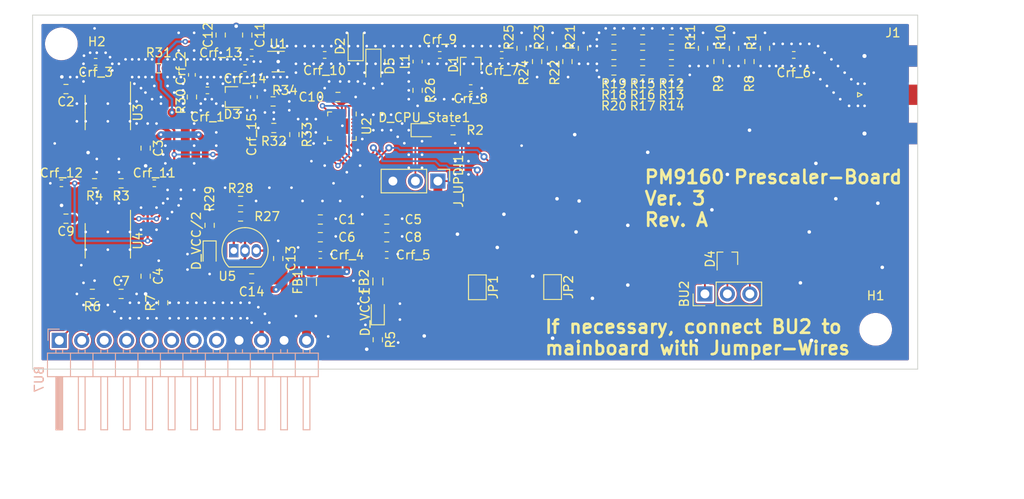
<source format=kicad_pcb>
(kicad_pcb (version 20221018) (generator pcbnew)
  (layers (0 "F.Cu" signal) (31 "B.Cu" signal) (34 "B.Paste" user) (35 "F.Paste" user) (36 "B.SilkS" user "B.Silkscreen") (37 "F.SilkS" user "F.Silkscreen") (38 "B.Mask" user) (39 "F.Mask" user) (44 "Edge.Cuts" user))
  (net 0 "")
  (net 3 "Net-(BU7-Pin_5)")
  (net 5 "Net-(U3-VBB)")
  (net 6 "Net-(U4-VBB)")
  (net 7 "Net-(D3-common)")
  (net 8 "Net-(U3-!CLK)")
  (net 9 "Net-(J1-In)")
  (net 10 "Net-(Crf_6-Pad2)")
  (net 11 "Net-(D1-common)")
  (net 12 "Net-(D1-A)")
  (net 13 "Net-(Crf_10-Pad1)")
  (net 14 "Net-(Crf_10-Pad2)")
  (net 15 "Net-(Crf_14-Pad1)")
  (net 16 "Net-(D_CPU_State1-A)")
  (net 17 "Net-(D_VCC/2-K)")
  (net 18 "Net-(D_VCC1-K)")
  (net 19 "Net-(U4-!Q)")
  (net 20 "Net-(U5-ADJ)")
  (net 21 "!B")
  (net 22 "TEST_GO")
  (net 23 "Net-(U3-CLK)")
  (net 24 "-8.5V")
  (net 25 "GND")
  (net 26 "OUT")
  (net 27 "+5V")
  (net 28 "+5VA")
  (net 30 "+5VD")
  (net 32 "RF_RESET")
  (net 33 "/Q_N")
  (net 34 "/Q_P")
  (net 35 "Net-(Crf_7-Pad1)")
  (net 40 "Net-(R12-Pad2)")
  (net 41 "Net-(R15-Pad2)")
  (net 42 "RF_Amped")
  (net 43 "UPDI")
  (net 45 "Vcc{slash}2")
  (net 50 "Net-(Crf_1-Pad2)")
  (net 51 "RF_DETECT")
  (net 52 "CPU_STATE")
  (net 53 "Net-(BU2-Pin_1)")
  (net 54 "Net-(BU2-Pin_2)")
  (net 55 "Net-(BU2-Pin_3)")
  (net 56 "Net-(D3-A)")
  (net 58 "Net-(JP2-A)")
  (net 59 "Net-(JP1-A)")
  (footprint "Resistor_SMD:R_0402_1005Metric" (layer "F.Cu") (at 150.01 117.0925)
    (fp_text reference "Crf_5")
    (fp_text value "10nF")
  )
  (footprint "Resistor_SMD:R_0603_1608Metric" (layer "F.Cu") (at 168.675 93.75 90)
    (fp_text reference "R23")
    (fp_text value "820")
  )
  (footprint "Package_TO_SOT_THT:TO-92_Inline" (layer "F.Cu") (at 132.73 116.61)
    (fp_text reference "U5")
    (fp_text value "LM317L_TO92")
  )
  (footprint "Resistor_SMD:R_0603_1608Metric" (layer "F.Cu") (at 178.925 92.75 180)
    (fp_text reference "R15")
    (fp_text value "33")
  )
  (footprint "Resistor_SMD:R_0603_1608Metric" (layer "F.Cu") (at 116.75 121.5 180)
    (fp_text reference "R6")
    (fp_text value "330")
  )
  (footprint "Connector_Coaxial:SMA_Molex_73251-1153_EdgeMount_Horizontal" (layer "F.Cu") (at 205.71 99 180)
    (fp_text reference "J1")
    (fp_text value "Conn_Coaxial")
  )
  (footprint "Resistor_SMD:R_0603_1608Metric" (layer "F.Cu") (at 124.75 122.5 90)
    (fp_text reference "R7")
    (fp_text value "330")
  )
  (footprint "Resistor_SMD:R_0603_1608Metric" (layer "F.Cu") (at 130 113.75 90)
    (fp_text reference "R29")
    (fp_text value "240")
  )
  (footprint "LED_SMD:LED_0603_1608Metric" (layer "F.Cu") (at 130 117 -90)
    (fp_text reference "D_VCC/2")
    (fp_text value "LED RED")
  )
  (footprint "Resistor_SMD:R_0603_1608Metric" (layer "F.Cu") (at 142.51 113.0925)
    (fp_text reference "C1")
    (fp_text value "22uF 6.3V")
  )
  (footprint "Resistor_SMD:R_0402_1005Metric" (layer "F.Cu") (at 134 96 180)
    (fp_text reference "Crf_14")
    (fp_text value "1nF")
  )
  (footprint "Resistor_SMD:R_0603_1608Metric" (layer "F.Cu") (at 150.01 115.0925)
    (fp_text reference "C8")
    (fp_text value "100nF")
  )
  (footprint "Package_SO:SOIC-8_3.9x4.9mm_P1.27mm" (layer "F.Cu") (at 118.5 101 -90)
    (fp_text reference "U3")
    (fp_text value "SY100EL33L")
  )
  (footprint "Resistor_SMD:R_0603_1608Metric" (layer "F.Cu") (at 182.175 92.75 180)
    (fp_text reference "R12")
    (fp_text value "33")
  )
  (footprint "Resistor_SMD:R_0603_1608Metric" (layer "F.Cu") (at 192.75 93.75 90)
    (fp_text reference "R1")
    (fp_text value "820")
  )
  (footprint "Resistor_SMD:R_0603_1608Metric" (layer "F.Cu") (at 175.675 94.5 180)
    (fp_text reference "R18")
    (fp_text value "33")
  )
  (footprint "Resistor_SMD:R_0603_1608Metric" (layer "F.Cu") (at 128 99.25 90)
    (fp_text reference "R30")
    (fp_text value "100")
  )
  (footprint "Package_SO:SOIC-8_3.9x4.9mm_P1.27mm" (layer "F.Cu") (at 118.5 115.5 -90)
    (fp_text reference "U4")
    (fp_text value "SY100EL33L")
  )
  (footprint "Resistor_SMD:R_0603_1608Metric" (layer "F.Cu") (at 153.5 98.5 -90)
    (fp_text reference "R26")
    (fp_text value "330")
  )
  (footprint "Resistor_SMD:R_0603_1608Metric" (layer "F.Cu") (at 178.925 94.5 180)
    (fp_text reference "R16")
    (fp_text value "33")
  )
  (footprint "Resistor_SMD:R_0603_1608Metric" (layer "F.Cu") (at 150.01 113.0925)
    (fp_text reference "C5")
    (fp_text value "22uF 6.3V")
  )
  (footprint "Resistor_SMD:R_0603_1608Metric" (layer "F.Cu") (at 185.75 93.75 90)
    (fp_text reference "R11")
    (fp_text value "820")
  )
  (footprint "Package_TO_SOT_SMD:SOT-323_SC-70" (layer "F.Cu") (at 188.5 117.5 90)
    (fp_text reference "D4")
    (fp_text value "BAT15-04W")
  )
  (footprint "Resistor_SMD:R_0603_1608Metric" (layer "F.Cu") (at 187.5 95.25 -90)
    (fp_text reference "R9")
    (fp_text value "820")
  )
  (footprint "Connector_PinHeader_2.54mm:PinHeader_1x03_P2.54mm_Vertical" (layer "F.Cu") (at 155.79 108.75 -90)
    (fp_text reference "J_UPDI1")
    (fp_text value "Conn_01x03_Male")
  )
  (footprint "Resistor_SMD:R_0603_1608Metric" (layer "F.Cu") (at 144.5 99.25 180)
    (fp_text reference "C10")
    (fp_text value "100nF")
  )
  (footprint "Resistor_SMD:R_0603_1608Metric" (layer "F.Cu") (at 113.77 98.355 180)
    (fp_text reference "C2")
    (fp_text value "100nF")
  )
  (footprint "MountingHole:MountingHole_3.2mm_M3_DIN965" (layer "F.Cu") (at 205.25 125.5)
    (fp_text reference "H1")
    (fp_text value "MountingHole_Pad")
  )
  (footprint "Resistor_SMD:R_0603_1608Metric" (layer "F.Cu") (at 137.175 99.75 180)
    (fp_text reference "R34")
    (fp_text value "3.3k")
  )
  (footprint "Resistor_SMD:R_0402_1005Metric" (layer "F.Cu") (at 134.75 94.25)
    (fp_text reference "Crf_13")
    (fp_text value "10nF")
  )
  (footprint "LED_SMD:LED_0603_1608Metric" (layer "F.Cu") (at 149 123.5 90)
    (fp_text reference "D_VCC1")
    (fp_text value "LED GREEN")
  )
  (footprint "Resistor_SMD:R_0603_1608Metric" (layer "F.Cu") (at 190.99 95.25 90)
    (fp_text reference "R8")
    (fp_text value "820")
  )
  (footprint "Resistor_SMD:R_0603_1608Metric" (layer "F.Cu") (at 189.25 93.75 -90)
    (fp_text reference "R10")
    (fp_text value "820")
  )
  (footprint "Resistor_SMD:R_0603_1608Metric" (layer "F.Cu") (at 134.75 119.75)
    (fp_text reference "C14")
    (fp_text value "100nF")
  )
  (footprint "Resistor_SMD:R_0603_1608Metric" (layer "F.Cu") (at 165.25 93.75 90)
    (fp_text reference "R25")
    (fp_text value "820")
  )
  (footprint "Inductor_SMD:L_0805_2012Metric" (layer "F.Cu") (at 149.01 120.0925 90)
    (fp_text reference "FB2")
    (fp_text value "GZ2012D601TF")
  )
  (footprint "Resistor_SMD:R_0603_1608Metric" (layer "F.Cu") (at 149 126.675 -90)
    (fp_text reference "R5")
    (fp_text value "1k")
  )
  (footprint "Inductor_SMD:L_0805_2012Metric" (layer "F.Cu") (at 141.51 120.155 90)
    (fp_text reference "FB1")
    (fp_text value "GZ2012D601TF")
  )
  (footprint "Resistor_SMD:R_0603_1608Metric" (layer "F.Cu") (at 133.5 111)
    (fp_text reference "R28")
    (fp_text value "330")
  )
  (footprint "Resistor_SMD:R_0603_1608Metric" (layer "F.Cu") (at 137.25 102.75)
    (fp_text reference "R32")
    (fp_text value "22k")
  )
  (footprint "Resistor_SMD:R_0603_1608Metric" (layer "F.Cu") (at 137.75 117.5 -90)
    (fp_text reference "C13")
    (fp_text value "100nF")
  )
  (footprint "Resistor_SMD:R_0402_1005Metric" (layer "F.Cu") (at 117.12 95.28 180)
    (fp_text reference "Crf_3")
    (fp_text value "10nF")
  )
  (footprint "Package_TO_SOT_SMD:SOT-323_SC-70" (layer "F.Cu") (at 132.5 99.25 180)
    (fp_text reference "D3")
    (fp_text value "BAT15-04W")
  )
  (footprint "Resistor_SMD:R_0603_1608Metric" (layer "F.Cu") (at 175.675 92.75 180)
    (fp_text reference "R19")
    (fp_text value "33")
  )
  (footprint "Resistor_SMD:R_0603_1608Metric" (layer "F.Cu") (at 134.25 92.25 -90)
    (fp_text reference "C11")
    (fp_text value "100nF")
  )
  (footprint "Resistor_SMD:R_0402_1005Metric" (layer "F.Cu") (at 128 96.75 90)
    (fp_text reference "Crf_2")
    (fp_text value "10p")
  )
  (footprint "Resistor_SMD:R_0603_1608Metric" (layer "F.Cu") (at 133.5 112.75 180)
    (fp_text reference "R27")
    (fp_text value "240")
  )
  (footprint "Diode_SMD:D_SOD-323_HandSoldering" (layer "F.Cu") (at 146.5 93.25 90)
    (fp_text reference "D2")
    (fp_text value "BAP50-03")
  )
  (footprint "Resistor_SMD:R_0603_1608Metric" (layer "F.Cu") (at 175.675 96.25 180)
    (fp_text reference "R20")
    (fp_text value "33")
  )
  (footprint "Resistor_SMD:R_0603_1608Metric" (layer "F.Cu") (at 131.25 92.25 90)
    (fp_text reference "C12")
    (fp_text value "22uF 6.3V")
  )
  (footprint "Package_TO_SOT_SMD:SOT-323_SC-70" (layer "F.Cu") (at 159.5 95.5 90)
    (fp_text reference "D1")
    (fp_text value "BAT15-04W")
  )
  (footprint "Resistor_SMD:R_0603_1608Metric" (layer "F.Cu") (at 113.77 113 180)
    (fp_text reference "C9")
    (fp_text value "100nF")
  )
  (footprint "Resistor_SMD:R_0402_1005Metric" (layer "F.Cu") (at 135 99.25 -90)
    (fp_text reference "Crf_15")
    (fp_text value "1nF")
  )
  (footprint "Resistor_SMD:R_0603_1608Metric" (layer "F.Cu") (at 157.5 103)
    (fp_text reference "R2")
    (fp_text value "1k")
  )
  (footprint "Resistor_SMD:R_0603_1608Metric" (layer "F.Cu") (at 178.925 96.25 180)
    (fp_text reference "R17")
    (fp_text value "33")
  )
  (footprint "Resistor_SMD:R_0402_1005Metric" (layer "F.Cu") (at 196 94.5 180)
    (fp_text reference "Crf_6")
    (fp_text value "47p")
  )
  (footprint "Resistor_SMD:R_0402_1005Metric" (layer "F.Cu") (at 156 94.5 180)
    (fp_text reference "Crf_9")
    (fp_text value "1nF")
  )
  (footprint "Jumper:SolderJumper-2_P1.3mm_Open_TrianglePad1.0x1.5mm" (layer "F.Cu") (at 160.25 120.75 -90)
    (fp_text reference "JP1")
    (fp_text value "SolderJumper_2_Open")
  )
  (footprint "Connector_PinHeader_2.54mm:PinHeader_1x03_P2.54mm_Vertical" (layer "F.Cu") (at 185.96 121.5 90)
    (fp_text reference "BU2")
    (fp_text value "Conn_01x03_Male")
  )
  (footprint "Resistor_SMD:R_0402_1005Metric" (layer "F.Cu") (at 129.75 98.5 180)
    (fp_text reference "Crf_1")
    (fp_text value "10nF")
  )
  (footprint "Resistor_SMD:R_0402_1005Metric" (layer "F.Cu") (at 123.75 109)
    (fp_text reference "Crf_11")
    (fp_text value "10nF")
  )
  (footprint "Resistor_SMD:R_0603_1608Metric" (layer "F.Cu") (at 182.175 96.25 180)
    (fp_text reference "R14")
    (fp_text value "33")
  )
  (footprint "Jumper:SolderJumper-2_P1.3mm_Open_TrianglePad1.0x1.5mm" (layer "F.Cu") (at 168.75 120.725 -90)
    (fp_text reference "JP2")
    (fp_text value "SolderJumper_2_Open")
  )
  (footprint "Resistor_SMD:R_0402_1005Metric" (layer "F.Cu") (at 163 94.5 180)
    (fp_text reference "Crf_7")
    (fp_text value "1nF")
  )
  (footprint "Resistor_SMD:R_0603_1608Metric" (layer "F.Cu") (at 167 95.25 90)
    (fp_text reference "R24")
    (fp_text value "820")
  )
  (footprint "Package_TO_SOT_SMD:SOT-363_SC-70-6" (layer "F.Cu") (at 137.75 95.25)
    (fp_text reference "U1")
    (fp_text value "BGA2869")
  )
  (footprint "Resistor_SMD:R_0603_1608Metric" (layer "F.Cu") (at 120 109 180)
    (fp_text reference "R3")
    (fp_text value "50")
  )
  (footprint "Resistor_SMD:R_0402_1005Metric" (layer "F.Cu") (at 113.25 109)
    (fp_text reference "Crf_12")
    (fp_text value "10nF")
  )
  (footprint "Resistor_SMD:R_0603_1608Metric" (layer "F.Cu") (at 182.175 94.5 180)
    (fp_text reference "R13")
    (fp_text value "33")
  )
  (footprint "Resistor_SMD:R_0603_1608Metric" (layer "F.Cu") (at 139.575 103.5 -90)
    (fp_text reference "R33")
    (fp_text value "100k")
  )
  (footprint "MountingHole:MountingHole_3.2mm_M3_DIN965" (layer "F.Cu") (at 113.25 93.25)
    (fp_text reference "H2")
    (fp_text value "MountingHole_Pad")
  )
  (footprint "Resistor_SMD:R_0402_1005Metric" (layer "F.Cu") (at 143 94.5 180)
    (fp_text reference "Crf_10")
    (fp_text value "1nF")
  )
  (footprint "Package_DFN_QFN:VQFN-20-1EP_3x3mm_P0.4mm_EP1.7x1.7mm" (layer "F.Cu") (at 144.95 102.55 -90)
    (fp_text reference "U2")
    (fp_text value "ATtiny416-M")
  )
  (footprint "Resistor_SMD:R_0603_1608Metric" (layer "F.Cu") (at 124.25 96 180)
    (fp_text reference "R31")
    (fp_text value "33")
  )
  (footprint "Resistor_SMD:R_0603_1608Metric" (layer "F.Cu") (at 170.425 95.25 90)
    (fp_text reference "R22")
    (fp_text value "820")
  )
  (footprint "Resistor_SMD:R_0603_1608Metric" (layer "F.Cu") (at 117 109 180)
    (fp_text reference "R4")
    (fp_text value "50")
  )
  (footprint "Resistor_SMD:R_0402_1005Metric" (layer "F.Cu") (at 159.5 98.25 180)
    (fp_text reference "Crf_8")
    (fp_text value "10nF")
  )
  (footprint "LED_SMD:LED_0603_1608Metric" (layer "F.Cu") (at 154.25 103)
    (fp_text reference "D_CPU_State1")
    (fp_text value "LED RED")
  )
  (footprint "Resistor_SMD:R_0603_1608Metric" (layer "F.Cu") (at 122.77 105.03 -90)
    (fp_text reference "C3")
    (fp_text value "100nF")
  )
  (footprint "Inductor_SMD:L_0603_1608Metric" (layer "F.Cu") (at 153.5 95.25 90)
    (fp_text reference "L1")
    (fp_text value "680nH")
  )
  (footprint "Resistor_SMD:R_0603_1608Metric" (layer "F.Cu") (at 122.77 119.5 -90)
    (fp_text reference "C4")
    (fp_text value "100nF")
  )
  (footprint "Resistor_SMD:R_0603_1608Metric" (layer "F.Cu") (at 142.51 115.0925)
    (fp_text reference "C6")
    (fp_text value "100nF")
  )
  (footprint "Resistor_SMD:R_0402_1005Metric" (layer "F.Cu") (at 142.51 117.0925)
    (fp_text reference "Crf_4")
    (fp_text value "10nF")
  )
  (footprint "Diode_SMD:D_SOD-323_HandSoldering" (layer "F.Cu") (at 148.5 95.75 -90)
    (fp_text reference "D5")
    (fp_text value "BAP50-03")
  )
  (footprint "Resistor_SMD:R_0603_1608Metric" (layer "F.Cu") (at 172.175 93.75 90)
    (fp_text reference "R21")
    (fp_text value "820")
  )
  (footprint "Resistor_SMD:R_0603_1608Metric" (layer "F.Cu") (at 120 121.5)
    (fp_text reference "C7")
    (fp_text value "1p")
  )
  (footprint "Connector_PinHeader_2.54mm:PinHeader_1x12_P2.54mm_Horizontal" (layer "B.Cu") (at 113.01 126.75 -90)
    (fp_text reference "BU7")
    (fp_text value "Conn_01x12_Male")
  )
  (gr_line (start 210 90) (end 110 90) (stroke (width 0.1)) (layer "Edge.Cuts"))
  (gr_line (start 110 90) (end 110 130) (stroke (width 0.1)) (layer "Edge.Cuts"))
  (gr_line (start 210 130) (end 210 90) (stroke (width 0.1)) (layer "Edge.Cuts"))
  (gr_line (start 110 130) (end 210 130) (stroke (width 0.1)) (layer "Edge.Cuts"))
  (gr_text "If necessary, connect BU2 to \nmainboard with Jumper-Wires" (at 167.75 128.5) (layer "F.SilkS") (effects (font (size 1.5 1.5) (thickness 0.3) bold) (justify left bottom)))
  (gr_text "PM9160 Prescaler-Board\nVer. 3\nRev. A" (at 179 114) (layer "F.SilkS") (effects (font (size 1.5 1.5) (thickness 0.3) bold) (justify left bottom)))
  (segment (start 114.595 98.355) (end 116.425 98.355) (width 0.5) (layer "F.Cu") (net 5))
  (segment (start 116.61 98.51) (end 116.595 98.525) (width 0.5) (layer "F.Cu") (net 5))
  (segment (start 116.425 98.355) (end 116.595 98.525) (width 0.5) (layer "F.Cu") (net 5))
  (segment (start 116.61 95.28) (end 116.61 98.51) (width 0.5) (layer "F.Cu") (net 5))
  (segment (start 114.62 113.025) (end 114.595 113) (width 0.5) (layer "F.Cu") (net 6))
  (segment (start 116.57 113) (end 116.595 113.025) (width 0.5) (layer "F.Cu") (net 6))
  (segment (start 114.595 113) (end 116.57 113) (width 0.5) (layer "F.Cu") (net 6))
  (segment (start 130.75 98.5) (end 131.5 99.25) (width 0.75) (layer "F.Cu") (net 7))
  (segment (start 130.26 98.5) (end 130.75 98.5) (width 0.75) (layer "F.Cu") (net 7))
  (segment (start 117.865 95.515) (end 117.63 95.28) (width 1) (layer "F.Cu") (net 8))
  (segment (start 117.865 98.525) (end 117.865 95.515) (width 1) (layer "F.Cu") (net 8))
  (segment (start 207.43 99) (end 202.5 99) (width 1) (layer "F.Cu") (net 9))
  (segment (start 202.5 99) (end 198 94.5) (width 1) (layer "F.Cu") (net 9))
  (segment (start 198 94.5) (end 197 94.5) (width 1) (layer "F.Cu") (net 9))
  (segment (start 183 92.75) (end 183 96.25) (width 1) (layer "F.Cu") (net 10))
  (segment (start 183 94.5) (end 195 94.5) (width 1) (layer "F.Cu") (net 10))
  (segment (start 159.5 94.5) (end 162 94.5) (width 1) (layer "F.Cu") (net 11))
  (segment (start 159.5 94.5) (end 157 94.5) (width 1) (layer "F.Cu") (net 11))
  (segment (start 146.5 94.5) (end 144 94.5) (width 1) (layer "F.Cu") (net 13))
  (segment (start 146.5 94.5) (end 155 94.5) (width 1) (layer "F.Cu") (net 13))
  (segment (start 138.8 94.5) (end 142.49 94.5) (width 0.5) (layer "F.Cu") (net 14))
  (segment (start 138.7 94.6) (end 138.8 94.5) (width 0.5) (layer "F.Cu") (net 14))
  (segment (start 136.6 95.9) (end 136.5 96) (width 0.5) (layer "F.Cu") (net 15))
  (segment (start 136.5 96) (end 134.51 96) (width 0.5) (layer "F.Cu") (net 15))
  (segment (start 136.8 95.9) (end 136.6 95.9) (width 0.5) (layer "F.Cu") (net 15))
  (segment (start 156.675 103) (end 155.0375 103) (width 0.2) (layer "F.Cu") (net 16))
  (segment (start 130 116.2125) (end 130 114.575) (width 0.254) (layer "F.Cu") (net 17))
  (segment (start 149 124.2875) (end 149 125.85) (width 1) (layer "F.Cu") (net 18))
  (segment (start 117.865 121.21) (end 117.575 121.5) (width 0.5) (layer "F.Cu") (net 19))
  (segment (start 117.865 117.975) (end 117.865 121.21) (width 0.5) (layer "F.Cu") (net 19))
  (segment (start 132.675 112.75) (end 132.675 111) (width 0.254) (layer "F.Cu") (net 20))
  (segment (start 132.73 112.805) (end 132.675 112.75) (width 0.254) (layer "F.Cu") (net 20))
  (segment (start 132.73 116.61) (end 132.73 112.805) (width 0.254) (layer "F.Cu") (net 20))
  (segment (start 131.4 124.8) (end 114.9 124.8) (width 0.2) (layer "F.Cu") (net 21))
  (segment (start 160.25 121.475) (end 158.225 123.5) (width 0.2) (layer "F.Cu") (net 21))
  (segment (start 113.01 126.69) (end 113.01 126.75) (width 0.2) (layer "F.Cu") (net 21))
  (segment (start 132.75 128) (end 132.1 127.35) (width 0.2) (layer "F.Cu") (net 21))
  (segment (start 144.25 123.5) (end 142.5 125.25) (width 0.2) (layer "F.Cu") (net 21))
  (segment (start 132.1 127.35) (end 132.1 125.5) (width 0.2) (layer "F.Cu") (net 21))
  (segment (start 142 128) (end 132.75 128) (width 0.2) (layer "F.Cu") (net 21))
  (segment (start 142.5 127.5) (end 142 128) (width 0.2) (layer "F.Cu") (net 21))
  (segment (start 114.9 124.8) (end 113.01 126.69) (width 0.2) (layer "F.Cu") (net 21))
  (segment (start 132.1 125.5) (end 131.4 124.8) (width 0.2) (layer "F.Cu") (net 21))
  (segment (start 158.225 123.5) (end 144.25 123.5) (width 0.2) (layer "F.Cu") (net 21))
  (segment (start 142.5 125.25) (end 142.5 127.5) (width 0.2) (layer "F.Cu") (net 21))
  (segment (start 117 125.3) (end 115.55 126.75) (width 0.2) (layer "F.Cu") (net 22))
  (segment (start 142.5 128.5) (end 130.2 128.5) (width 0.2) (layer "F.Cu") (net 22))
  (segment (start 129.5 127.8) (end 129.5 126.1) (width 0.2) (layer "F.Cu") (net 22))
  (segment (start 128.7 125.3) (end 117 125.3) (width 0.2) (layer "F.Cu") (net 22))
  (segment (start 130.2 128.5) (end 129.5 127.8) (width 0.2) (layer "F.Cu") (net 22))
  (segment (start 152.25 124.75) (end 150.25 126.75) (width 0.2) (layer "F.Cu") (net 22))
  (segment (start 150.25 126.75) (end 144.25 126.75) (width 0.2) (layer "F.Cu") (net 22))
  (segment (start 129.5 126.1) (end 128.7 125.3) (width 0.2) (layer "F.Cu") (net 22))
  (segment (start 165.45 124.75) (end 152.25 124.75) (width 0.2) (layer "F.Cu") (net 22))
  (segment (start 144.25 126.75) (end 142.5 128.5) (width 0.2) (layer "F.Cu") (net 22))
  (segment (start 168.75 121.45) (end 165.45 124.75) (width 0.2) (layer "F.Cu") (net 22))
  (segment (start 119.135 98.525) (end 119.135 97.617918) (width 1) (layer "F.Cu") (net 23))
  (segment (start 120.752918 96) (end 123.25 96) (width 1) (layer "F.Cu") (net 23))
  (segment (start 119.135 97.617918) (end 120.752918 96) (width 1) (layer "F.Cu") (net 23))
  (segment (start 136.8 95.25) (end 137.75 95.25) (width 0.254) (layer "F.Cu") (net 25))
  (segment (start 122.77 120.325) (end 122.77 121.5) (width 0.5) (layer "F.Cu") (net 25))
  (segment (start 138.7 95.9) (end 138.4 95.9) (width 0.254) (layer "F.Cu") (net 25))
  (segment (start 112.945 111.825) (end 113.27 111.5) (width 0.5) (layer "F.Cu") (net 25))
  (segment (start 132.825 91.425) (end 133 91.25) (width 0.5) (layer "F.Cu") (net 25))
  (segment (start 145.325 99.25) (end 146.5 99.25) (width 0.2) (layer "F.Cu") (net 25))
  (segment (start 134.86 98.6) (end 135 98.74) (width 0.254) (layer "F.Cu") (net 25))
  (segment (start 138.4 95.9) (end 137.75 95.25) (width 0.254) (layer "F.Cu") (net 25))
  (segment (start 144.95 99.625) (end 145.325 99.25) (width 0.2) (layer "F.Cu") (net 25))
  (segment (start 122.77 105.855) (end 122.77 107.03) (width 0.5) (layer "F.Cu") (net 25))
  (segment (start 134.25 91.425) (end 133.175 91.425) (width 0.5) (layer "F.Cu") (net 25))
  (segment (start 116.595 103.475) (end 116.595 105.205) (width 0.5) (layer "F.Cu") (net 25))
  (segment (start 112.945 98.355) (end 112.945 97.332428) (width 0.5) (layer "F.Cu") (net 25))
  (segment (start 131.25 91.425) (end 132.825 91.425) (width 0.5) (layer "F.Cu") (net 25))
  (segment (start 112.945 97.332428) (end 113.300632 96.976796) (width 0.5) (layer "F.Cu") (net 25))
  (segment (start 116.595 105.205) (end 116.27 105.53) (width 0.5) (layer "F.Cu") (net 25))
  (segment (start 138.7 95.25) (end 137.75 95.25) (width 0.254) (layer "F.Cu") (net 25))
  (segment (start 144.95 101.1) (end 144.95 99.625) (width 0.2) (layer "F.Cu") (net 25))
  (segment (start 133.175 91.425) (end 133 91.25) (width 0.5) (layer "F.Cu") (net 25))
  (segment (start 112.945 113) (end 112.945 111.825) (width 0.5) (layer "F.Cu") (net 25))
  (via (at 147.25 112.5) (size 0.6) (drill 0.3) (layers "F.Cu" "B.Cu") (net 25))
  (via (at 179 91.5) (size 0.6) (drill 0.3) (layers "F.Cu" "B.Cu") (net 25))
  (via (at 133.5 122.5) (size 0.6) (drill 0.3) (layers "F.Cu" "B.Cu") (net 25))
  (via (at 137.75 96.25) (size 0.6) (drill 0.3) (layers "F.Cu" "B.Cu") (net 25))
  (via (at 144.75 97.5) (size 0.6) (drill 0.3) (layers "F.Cu" "B.Cu") (net 25))
  (via (at 184.25 96.75) (size 0.6) (drill 0.3) (layers "F.Cu" "B.Cu") (net 25))
  (via (at 146.25 120) (size 0.6) (drill 0.3) (layers "F.Cu" "B.Cu") (net 25))
  (via (at 130.25 99.5) (size 0.6) (drill 0.3) (layers "F.Cu" "B.Cu") (net 25))
  (via (at 123.5 97) (size 0.6) (drill 0.3) (layers "F.Cu" "B.Cu") (net 25))
  (via (at 121.25 95) (size 0.6) (drill 0.3) (layers "F.Cu" "B.Cu") (net 25))
  (via (at 183.25 97.5) (size 0.6) (drill 0.3) (layers "F.Cu" "B.Cu") (net 25))
  (via (at 127 99.25) (size 0.6) (drill 0.3) (layers "F.Cu" "B.Cu") (net 25))
  (via (at 147.25 110.5) (size 0.6) (drill 0.3) (layers "F.Cu" "B.Cu") (net 25))
  (via (at 157.75 106.5) (size 0.6) (drill 0.3) (layers "F.Cu" "B.Cu") (net 25))
  (via (at 165.75 95.5) (size 0.6) (drill 0.3) (layers "F.Cu" "B.Cu") (net 25))
  (via (at 131.75 109.5) (size 0.6) (drill 0.3) (layers "F.Cu" "B.Cu") (net 25))
  (via (at 166.5 119.5) (size 0.8) (drill 0.4) (layers "F.Cu" "B.Cu") (net 25))
  (via (at 197.5 95.75) (size 0.6) (drill 0.3) (layers "F.Cu" "B.Cu") (net 25))
  (via (at 139.75 124) (size 0.6) (drill 0.3) (layers "F.Cu" "B.Cu") (net 25))
  (via (at 151.5 124.4) (size 0.6) (drill 0.3) (layers "F.Cu" "B.Cu") (net 25))
  (via (at 145.75 95.5) (size 0.6) (drill 0.3) (layers "F.Cu" "B.Cu") (net 25))
  (via (at 145.75 93.5) (size 0.6) (drill 0.3) (layers "F.Cu" "B.Cu") (net 25))
  (via (at 174.75 91.5) (size 0.6) (drill 0.3) (layers "F.Cu" "B.Cu") (net 25))
  (via (at 115.75 96.5) (size 0.6) (drill 0.3) (layers "F.Cu" "B.Cu") (net 25))
  (via (at 204 97.75) (size 0.6) (drill 0.3) (layers "F.Cu" "B.Cu") (net 25))
  (via (at 134.5 122.5) (size 0.6) (drill 0.3) (layers "F.Cu" "B.Cu") (net 25))
  (via (at 162.75 95.5) (size 0.6) (drill 0.3) (layers "F.Cu" "B.Cu") (net 25))
  (via (at 121.75 102.25) (size 0.6) (drill 0.3) (layers "F.Cu" "B.Cu") (net 25))
  (via (at 140.75 93.5) (size 0.6) (drill 0.3) (layers "F.Cu" "B.Cu") (net 25))
  (via (at 141.5 106.5) (size 0.6) (drill 0.3) (layers "F.Cu" "B.Cu") (net 25))
  (via (at 142 124) (size 0.6) (drill 0.3) (layers "F.Cu" "B.Cu") (net 25))
  (via (at 173.25 122) (size 0.8) (drill 0.4) (layers "F.Cu" "B.Cu") (net 25))
  (via (at 133.5 97) (size 0.6) (drill 0.3) (layers "F.Cu" "B.Cu") (net 25))
  (via (at 150.5 103) (size 0.6) (drill 0.3) (layers "F.Cu" "B.Cu") (net 25))
  (via (at 155.75 93.5) (size 0.6) (drill 0.3) (layers "F.Cu" "B.Cu") (net 25))
  (via (at 143.75 93.5) (size 0.6) (drill 0.3) (layers "F.Cu" "B.Cu") (net 25))
  (via (at 127.5 122.5) (size 0.6) (drill 0.3) (layers "F.Cu" "B.Cu") (net 25))
  (via (at 180 97.5) (size 0.6) (drill 0.3) (layers "F.Cu" "B.Cu") (net 25))
  (via (at 175.75 91.5) (size 0.6) (drill 0.3) (layers "F.Cu" "B.Cu") (net 25))
  (via (at 117.25 94.25) (size 0.6) (drill 0.3) (layers "F.Cu" "B.Cu") (net 25))
  (via (at 148.5 103) (size 0.6) (drill 0.3) (layers "F.Cu" "B.Cu") (net 25))
  (via (at 146.5 99.25) (size 0.6) (drill 0.3) (layers "F.Cu" "B.Cu") (net 25))
  (via (at 140.75 95.5) (size 0.6) (drill 0.3) (layers "F.Cu" "B.Cu") (net 25))
  (via (at 157.75 93.5) (size 0.6) (drill 0.3) (layers "F.Cu" "B.Cu") (net 25))
  (via (at 116.27 105.53) (size 0.8) (drill 0.4) (layers "F.Cu" "B.Cu") (net 25))
  (via (at 185.75 92) (size 0.6) (drill 0.3) (layers "F.Cu" "B.Cu") (net 25))
  (via (at 133.5 101) (size 0.6) (drill 0.3) (layers "F.Cu" "B.Cu") (net 25))
  (via (at 126.5 122.5) (size 0.6) (drill 0.3) (layers "F.Cu" "B.Cu") (net 25))
  (via (at 138.75 97) (size 0.6) (drill 0.3) (layers "F.Cu" "B.Cu") (net 25))
  (via (at 138 98.5) (size 0.6) (drill 0.3) (layers "F.Cu" "B.Cu") (net 25))
  (via (at 128 101) (size 0.6) (drill 0.3) (layers "F.Cu" "B.Cu") (net 25))
  (via (at 144.25 115) (size 0.6) (drill 0.3) (layers "F.Cu" "B.Cu") (net 25))
  (via (at 152.75 93.5) (size 0.6) (drill 0.3) (layers "F.Cu" "B.Cu") (net 25))
  (via (at 185.25 95.75) (size 0.6) (drill 0.3) (layers "F.Cu" "B.Cu") (net 25))
  (via (at 202.25 100.25) (size 0.6) (drill 0.3) (layers "F.Cu" "B.Cu") (net 25))
  (via (at 188.75 95.75) (size 0.6) (drill 0.3) (layers "F.Cu" "B.Cu") (net 25))
  (via (at 168.75 126.5) (size 0.8) (drill 0.4) (layers "F.Cu" "B.Cu") (net 25))
  (via (at 196.75 120.25) (size 0.8) (drill 0.4) (layers "F.Cu" "B.Cu") (net 25))
  (via (at 139.25 109.5) (size 0.6) (drill 0.3) (layers "F.Cu" "B.Cu") (net 25))
  (via (at 119.75 110) (size 0.6) (drill 0.3) (layers "F.Cu" "B.Cu") (net 25))
  (via (at 119.75 111.25) (size 0.6) (drill 0.3) (layers "F.Cu" "B.Cu") (net 25))
  (via (at 136.75 109.5) (size 0.6) (drill 0.3) (layers "F.Cu" "B.Cu") (net 25))
  (via (at 155.75 95.5) (size 0.6) (drill 0.3) (layers "F.Cu" "B.Cu") (net 25))
  (via (at 171.75 111) (size 0.8) (drill 0.4) (layers "F.Cu" "B.Cu") (net 25))
  (via (at 152.5 103) (size 0.6) (drill 0.3) (layers "F.Cu" "B.Cu") (net 25))
  (via (at 142.75 111) (size 0.6) (drill 0.3) (layers "F.Cu" "B.Cu") (net 25))
  (via (at 193.75 93.25) (size 0.6) (drill 0.3) (layers "F.Cu" "B.Cu") (net 25))
  (via (at 126 98.75) (size 0.6) (drill 0.3) (layers "F.Cu" "B.Cu") (net 25))
  (via (at 163.25 112.5) (size 0.8) (drill 0.4) (layers "F.Cu" "B.Cu") (net 25))
  (via (at 139 99.75) (size 0.6) (drill 0.3) (layers "F.Cu" "B.Cu") (net 25))
  (via (at 139 98.75) (size 0.6) (drill 0.3) (layers "F.Cu" "B.Cu") (net 25))
  (via (at 175.75 97.5) (size 0.6) (drill 0.3) (layers "F.Cu" "B.Cu") (net 25))
  (via (at 184.25 92.25) (size 0.6) (drill 0.3) (layers "F.Cu" "B.Cu") (net 25))
  (via (at 121 124.25) (size 0.6) (drill 0.3) (layers "F.Cu" "B.Cu") (net 25))
  (via (at 152.5 98.5) (size 0.6) (drill 0.3) (layers "F.Cu" "B.Cu") (net 25))
  (via (at 140 116.25) (size 0.6) (drill 0.3) (layers "F.Cu" "B.Cu") (net 25))
  (via (at 122 122.5) (size 0.6) (drill 0.3) (layers "F.Cu" "B.Cu") (net 25))
  (via (at 117 91.5) (size 0.6) (drill 0.3) (layers "F.Cu" "B.Cu") (net 25))
  (via (at 113.300632 96.976796) (size 0.8) (drill 0.4) (layers "F.Cu" "B.Cu") (net 25))
  (via (at 128.25 95) (size 0.6) (drill 0.3) (layers "F.Cu" "B.Cu") (net 25))
  (via (at 116 116.5) (size 0.6) (drill 0.3) (layers "F.Cu" "B.Cu") (net 25))
  (via (at 126.75 95) (size 0.6) (drill 0.3) (layers "F.Cu" "B.Cu") (net 25))
  (via (at 151.75 102.25) (size 0.6) (drill 0.3) (layers "F.Cu" "B.Cu") (net 25))
  (via (at 154 107.25) (size 0.6) (drill 0.3) (layers "F.Cu" "B.Cu") (net 25))
  (via (at 173 93.5) (size 0.6) (drill 0.3) (layers "F.Cu" "B.Cu") (net 25))
  (via (at 190.5 93.25) (size 0.6) (drill 0.3) (layers "F.Cu" "B.Cu") (net 25))
  (via (at 131.25 97) (size 0.6) (drill 0.3) (layers "F.Cu" "B.Cu") (net 25))
  (via (at 130.75 104.75) (size 0.6) (drill 0.3) (layers "F.Cu" "B.Cu") (net 25))
  (via (at 125.25 95) (size 0.6) (drill 0.3) (layers "F.Cu" "B.Cu") (net 25))
  (via (at 167 97) (size 0.6) (drill 0.3) (layers "F.Cu" "B.Cu") (net 25))
  (via (at 157.75 104.473) (size 0.6) (drill 0.3) (layers "F.Cu" "B.Cu") (net 25))
  (via (at 195.75 93.25) (size 0.6) (drill 0.3) (layers "F.Cu" "B.Cu") (net 25))
  (via (at 199.5 94.25) (size 0.6) (drill 0.3) (layers "F.Cu" "B.Cu") (net 25))
  (via (at 177.25 113.75) (size 0.8) (drill 0.4) (layers "F.Cu" "B.Cu") (net 25))
  (via (at 125.25 108) (size 0.6) (drill 0.3) (layers "F.Cu" "B.Cu") (net 25))
  (via (at 128.25 92) (size 0.6) (drill 0.3) (layers "F.Cu" "B.Cu") (net 25))
  (via (at 134.25 124.25) (size 0.6) (drill 0.3) (layers "F.Cu" "B.Cu") (net 25))
  (via (at 152.5 97.5) (size 0.6) (drill 0.3) (layers "F.Cu" "B.Cu") (net 25))
  (via (at 167.25 93.5) (size 0.6) (drill 0.3) (layers "F.Cu" "B.Cu") (net 25))
  (via (at 196.75 95.75) (size 0.6) (drill 0.3) (layers "F.Cu" "B.Cu") (net 25))
  (via (at 201.75 96.5) (size 0.6) (drill 0.3) (layers "F.Cu" "B.Cu") (net 25))
  (via (at 135.75 96.75) (size 0.6) (drill 0.3) (layers "F.Cu" "B.Cu") (net 25))
  (via (at 126.5 92) (size 0.6) (drill 0.3) (layers "F.Cu" "B.Cu") (net 25))
  (via (at 147.75 93.5) (size 0.6) (drill 0.3) (layers "F.Cu" "B.Cu") (net 25))
  (via (at 122.25 114.25) (size 0.6) (drill 0.3) (layers "F.Cu" "B.Cu") (net 25))
  (via (at 154.75 95.5) (size 0.6) (drill 0.3) (layers "F.Cu" "B.Cu") (net 25))
  (via (at 137.75 95.25) (size 0.8) (drill 0.4) (layers "F.Cu" "B.Cu") (net 25))
  (via (at 128.5 122.5) (size 0.6) (drill 0.3) (layers "F.Cu" "B.Cu") (net 25))
  (via (at 131.5 124.25) (size 0.6) (drill 0.3) (layers "F.Cu" "B.Cu") (net 25))
  (via (at 158 114.75) (size 0.8) (drill 0.4) (layers "F.Cu" "B.Cu") (net 25))
  (via (at 125 106.75) (size 0.6) (drill 0.3) (layers "F.Cu" "B.Cu") (net 25))
  (via (at 203.25 100.25) (size 0.6) (drill 0.3) (layers "F.Cu" "B.Cu") (net 25))
  (via (at 176.75 97.5) (size 0.6) (drill 0.3) (layers "F.Cu" "B.Cu") (net 25))
  (via (at 122 97) (size 0.6) (drill 0.3) (layers "F.Cu" "B.Cu") (net 25))
  (via (at 124.25 117.75) (size 0.6) (drill 0.3) (layers "F.Cu" "B.Cu") (net 25))
  (via (at 113.27 111.5) (size 0.8) (drill 0.4) (layers "F.Cu" "B.Cu") (net 25))
  (via (at 135.75 95.25) (size 0.6) (drill 0.3) (layers "F.Cu" "B.Cu") (net 25))
  (via (at 127.5 117) (size 0.6) (drill 0.3) (layers "F.Cu" "B.Cu") (net 25))
  (via (at 184.25 95.75) (size 0.6) (drill 0.3) (layers "F.Cu" "B.Cu") (net 25))
  (via (at 128.25 104.75) (size 0.6) (drill 0.3) (layers "F.Cu" "B.Cu") (net 25))
  (via (at 162.5 116.25) (size 0.8) (drill 0.4) (layers "F.Cu" "B.Cu") (net 25))
  (via (at 117.25 111.25) (size 0.6) (drill 0.3) (layers "F.Cu" "B.Cu") (net 25))
  (via (at 133.5 94.25) (size 0.6) (drill 0.3) (layers "F.Cu" "B.Cu") (net 25))
  (via (at 126.5 111.5) (size 0.6) (drill 0.3) (layers "F.Cu" "B.Cu") (net 25))
  (via (at 119.75 107.75) (size 0.6) (drill 0.3) (layers "F.Cu" "B.Cu") (net 25))
  (via (at 144.75 95.5) (size 0.6) (drill 0.3) (layers "F.Cu" "B.Cu") (net 25))
  (via (at 136.5 97) (size 0.6) (drill 0.3) (layers "F.Cu" "B.Cu") (net 25))
  (via (at 151.75 113) (size 0.6) (drill 0.3) (layers "F.Cu" "B.Cu") (net 25))
  (via (at 115 100) (size 0.6) (drill 0.3) (layers "F.Cu" "B.Cu") (net 25))
  (via (at 179 97.5) (size 0.6) (drill 0.3) (layers "F.Cu" "B.Cu") (net 25))
  (via (at 152.5 105.777) (size 0.6) (drill 0.3) (layers "F.Cu" "B.Cu") (net 25))
  (via (at 171.75 95.5) (size 0.6) (drill 0.3) (layers "F.Cu" "B.Cu") (net 25))
  (via (at 174.75 97.5) (size 0.6) (drill 0.3) (layers "F.Cu" "B.Cu") (net 25))
  (via (at 124 111.75) (size 0.6) (drill 0.3) (layers "F.Cu" "B.Cu") (net 25))
  (via (at 173.75 92.75) (size 0.6) (drill 0.3) (layers "F.Cu" "B.Cu") (net 25))
  (via (at 141.75 93.5) (size 0.6) (drill 0.3) (layers "F.Cu" "B.Cu") (net 25))
  (via (at 152.5 99.5) (size 0.6) (drill 0.3) (layers "F.Cu" "B.Cu") (net 25))
  (via (at 141.75 104.5) (size 0.6) (drill 0.3) (layers "F.Cu" "B.Cu") (net 25))
  (via (at 116 114.5) (size 0.6) (drill 0.3) (layers "F.Cu" "B.Cu") (net 25))
  (via (at 152.5 107.25) (size 0.6) (drill 0.3) (layers "F.Cu" "B.Cu") (net 25))
  (via (at 151.3 127) (size 0.6) (drill 0.3) (layers "F.Cu" "B.Cu") (net 25))
  (via (at 152 104.473) (size 0.6) (drill 0.3) (layers "F.Cu" "B.Cu") (net 25))
  (via (at 147 107) (size 0.6) (drill 0.3) (layers "F.Cu" "B.Cu") (net 25))
  (via (at 171 93.5) (size 0.6) (drill 0.3) (layers "F.Cu" "B.Cu") (net 25))
  (via (at 160.75 93.5) (size 0.6) (drill 0.3) (layers "F.Cu" "B.Cu") (net 25))
  (via (at 194.75 93.25) (size 0.6) (drill 0.3) (layers "F.Cu" "B.Cu") (net 25))
  (via (at 129 95) (size 0.6) (drill 0.3) (layers "F.Cu" "B.Cu") (net 25))
  (via (at 133.5 95) (size 0.6) (drill 0.3) (layers "F.Cu" "B.Cu") (net 25))
  (via (at 138 97) (size 0.6) (drill 0.3) (layers "F.Cu" "B.Cu") (net 25))
  (via (at 114.25 97) (size 0.6) (drill 0.3) (layers "F.Cu" "B.Cu") (net 25))
  (via (at 141 101.75) (size 0.6) (drill 0.3) (layers "F.Cu" "B.Cu") (net 25))
  (via (at 136.25 123.75) (size 0.6) (drill 0.3) (layers "F.Cu" "B.Cu") (net 25))
  (via (at 198.75 93.5) (size 0.6) (drill 0.3) (layers "F.Cu" "B.Cu") (net 25))
  (via (at 173.75 96.25) (size 0.6) (drill 0.3) (layers "F.Cu" "B.Cu") (net 25))
  (via (at 153.5 100.25) (size 0.6) (drill 0.3) (layers "F.Cu" "B.Cu") (net 25))
  (via (at 124 114.25) (size 0.6) (drill 0.3) (layers "F.Cu" "B.Cu") (net 25))
  (via (at 149.5 101.25) (size 0.6) (drill 0.3) (layers "F.Cu" "B.Cu") (net 25))
  (via (at 201.25 99.5) (size 0.6) (drill 0.3) (layers "F.Cu" "B.Cu") (net 25))
  (via (at 145.5 92) (size 0.6) (drill 0.3) (layers "F.Cu" "B.Cu") (net 25))
  (via (at 118.5 114.5) (size 0.6) (drill 0.3) (layers "F.Cu" "B.Cu") (net 25))
  (via (at 143 98.25) (size 0.6) (drill 0.3) (layers "F.Cu" "B.Cu") (net 25))
  (via (at 131.5 122.5) (size 0.6) (drill 0.3) (layers "F.Cu" "B.Cu") (net 25))
  (via (at 136.75 124.75) (size 0.6) (drill 0.3) (layers "F.Cu" "B.Cu") (net 25))
  (via (at 187.5 97) (size 0.6) (drill 0.3) (layers "F.Cu" "B.Cu") (net 25))
  (via (at 127.5 124.25) (size 0.6) (drill 0.3) (layers "F.Cu" "B.Cu") (net 25))
  (via (at 130.75 103.25) (size 0.6) (drill 0.3) (layers "F.Cu" "B.Cu") (net 25))
  (via (at 162.75 93.5) (size 0.6) (drill 0.3) (layers "F.Cu" "B.Cu") (net 25))
  (via (at 146.75 95.5) (size 0.6) (drill 0.3) (layers "F.Cu" "B.Cu") (net 25))
  (via (at 137.75 93.5) (size 0.6) (drill 0.3) (layers "F.Cu" "B.Cu") (net 25))
  (via (at 124 102.25) (size 0.6) (drill 0.3) (layers "F.Cu" "B.Cu") (net 25))
  (via (at 131.5 97.75) (size 0.6) (drill 0.3) (layers "F.Cu" "B.Cu") (net 25))
  (via (at 130.5 97) (size 0.6) (drill 0.3) (layers "F.Cu" "B.Cu") (net 25))
  (via (at 133.5 124.25) (size 0.6) (drill 0.3) (layers "F.Cu" "B.Cu") (net 25))
  (via (at 123.5 95) (size 0.6) (drill 0.3) (layers "F.Cu" "B.Cu") (net 25))
  (via (at 139 100.75) (size 0.6) (drill 0.3) (layers "F.Cu" "B.Cu") (net 25))
  (via (at 147.5 97.75) (size 0.6) (drill 0.3) (layers "F.Cu" "B.Cu") (net 25))
  (via (at 140 101.75) (size 0.6) (drill 0.3) (layers "F.Cu" "B.Cu") (net 25))
  (via (at 126.75 97) (size 0.6) (drill 0.3) (layers "F.Cu" "B.Cu") (net 25))
  (via (at 121 102) (size 0.6) (drill 0.3) (layers "F.Cu" "B.Cu") (net 25))
  (via (at 119 95.5) (size 0.6) (drill 0.3) (layers "F.Cu" "B.Cu") (net 25))
  (via (at 151.5 122.6) (size 0.6) (drill 0.3) (layers "F.Cu" "B.Cu") (net 25))
  (via (at 116.5 94.25) (size 0.6) (drill 0.3) (layers "F.Cu" "B.Cu") (net 25))
  (via (at 137.25 101.75) (size 0.6) (drill 0.3) (layers "F.Cu" "B.Cu") (net 25))
  (via (at 143.75 117) (size 0.6) (drill 0.3) (layers "F.Cu" "B.Cu") (net 25))
  (via (at 134.25 95) (size 0.6) (drill 0.3) (layers "F.Cu" "B.Cu") (net 25))
  (via (at 143.5 97.5) (size 0.6) (drill 0.3) (layers "F.Cu" "B.Cu") (net 25))
  (via (at 143.4 126.3) (size 0.6) (drill 0.3) (layers "F.Cu" "B.Cu") (net 25))
  (via (at 121.75 121.5) (size 0.6) (drill 0.3) (layers "F.Cu" "B.Cu") (net 25))
  (via (at 171.4 114.5) (size 0.8) (drill 0.4) (layers "F.Cu" "B.Cu") (net 25))
  (via (at 126.5 124.25) (size 0.6) (drill 0.3) (layers "F.Cu" "B.Cu") (net 25))
  (via (at 191.5 93.25) (size 0.6) (drill 0.3) (layers "F.Cu" "B.Cu") (net 25))
  (via (at 183.25 91.5) (size 0.6) (drill 0.3) (layers "F.Cu" "B.Cu") (net 25))
  (via (at 160.75 95.5) (size 0.6) (drill 0.3) (layers "F.Cu" "B.Cu") (net 25))
  (via (at 149.5 96.5) (size 0.6) (drill 0.3) (layers "F.Cu" "B.Cu") (net 25))
  (via (at 135 96.75) (size 0.6) (drill 0.3) (layers "F.Cu" "B.Cu") (net 25))
  (via (at 157.75 108) (size 0.6) (drill 0.3) (layers "F.Cu" "B.Cu") (net 25))
  (via (at 159.25 106.5) (size 0.6) (drill 0.3) (layers "F.Cu" "B.Cu") (net 25))
  (via (at 163.75 95.5) (size 0.6) (drill 0.3) (layers "F.Cu" "B.Cu") (net 25))
  (via (at 151.25 117) (size 0.6) (drill 0.3) (layers "F.Cu" "B.Cu") (net 25))
  (via (at 186.25 95.75) (size 0.6) (drill 0.3) (layers "F.Cu" "B.Cu") (net 25))
  (via (at 169.25 110.75) (size 0.8) (drill 0.4) (layers "F.Cu" "B.Cu") (net 25))
  (via (at 121 114.5) (size 0.6) (drill 0.3) (layers "F.Cu" "B.Cu") (net 25))
  (via (at 191 97) (size 0.6) (drill 0.3) (layers "F.Cu" "B.Cu") (net 25))
  (via (at 132 97) (size 0.6) (drill 0.3) (layers "F.Cu" "B.Cu") (net 25))
  (via (at 125.25 98) (size 0.6) (drill 0.3) (layers "F.Cu" "B.Cu") (net 25))
  (via (at 115.75 122.75) (size 0.6) (drill 0.3) (layers "F.Cu" "B.Cu") (net 25))
  (via (at 142.5 99.25) (size 0.6) (drill 0.3) (layers "F.Cu" "B.Cu") (net 25))
  (via (at 163.75 93.5) (size 0.6) (drill 0.3) (layers "F.Cu" "B.Cu") (net 25))
  (via (at 115.5 118.25) (size 0.6) (drill 0.3) (layers "F.Cu" "B.Cu") (net 25))
  (via (at 140.5 111) (size 0.6) (drill 0.3) (layers "F.Cu" "B.Cu") (net 25))
  (via (at 181.25 97.5) (size 0.6) (drill 0.3) (layers "F.Cu" "B.Cu") (net 25))
  (via (at 189.25 92) (size 0.6) (drill 0.3) (layers "F.Cu" "B.Cu") (net 25))
  (via (at 170.5 97) (size 0.6) (drill 0.3) (layers "F.Cu" "B.Cu") (net 25))
  (via (at 122.77 121.5) (size 0.8) (drill 0.4) (layers "F.Cu" "B.Cu") (net 25))
  (via (at 198 126.75) (size 0.8) (drill 0.4) (layers "F.Cu" "B.Cu") (net 25))
  (via (at 126 97) (size 0.6) (drill 0.3) (layers "F.Cu" "B.Cu") (net 25))
  (via (at 158.75 95.5) (size 0.6) (drill 0.3) (layers "F.Cu" "B.Cu") (net 25))
  (via (at 125.5 124.25) (size 0.6) (drill 0.3) (layers "F.Cu" "B.Cu") (net 25))
  (via (at 121 116.5) (size 0.6) (drill 0.3) (layers "F.Cu" "B.Cu") (net 25))
  (via (at 119 96.25) (size 0.6) (drill 0.3) (layers "F.Cu" "B.Cu") (net 25))
  (via (at 176.75 91.5) (size 0.6) (drill 0.3) (layers "F.Cu" "B.Cu") (net 25))
  (via (at 117.25 107.75) (size 0.6) (drill 0.3) (layers "F.Cu" "B.Cu") (net 25))
  (via (at 200.5 98.75) (size 0.6) (drill 0.3) (layers "F.Cu" "B.Cu") (net 25))
  (via (at 117 120) (size 0.6) (drill 0.3) (layers "F.Cu" "B.Cu") (net 25))
  (via (at 203.25 97.75) (size 0.6) (drill 0.3) (layers "F.Cu" "B.Cu") (net 25))
  (via (at 145.75 97.5) (size 0.6) (drill 0.3) (layers "F.Cu" "B.Cu") (net 25))
  (via (at 128.25 94) (size 0.6) (drill 0.3) (layers "F.Cu" "B.Cu") (net 25))
  (via (at 128.25 106.75) (size 0.6) (drill 0.3) (layers "F.Cu" "B.Cu") (net 25))
  (via (at 120 124.25) (size 0.6) (drill 0.3) (layers "F.Cu" "B.Cu") (net 25))
  (via (at 146.75 93.5) (size 0.6) (drill 0.3) (layers "F.Cu" "B.Cu") (net 25))
  (via (at 124 122.5) (size 0.6) (drill 0.3) (layers "F.Cu" "B.Cu") (net 25))
  (via (at 166.25 93.5) (size 0.6) (drill 0.3) (layers "F.Cu" "B.Cu") (net 25))
  (via (at 118.5 116.5) (size 0.6) (drill 0.3) (layers "F.Cu" "B.Cu") (net 25))
  (via (at 151.75 115) (size 0.6) (drill 0.3) (layers "F.Cu" "B.Cu") (net 25))
  (via (at 154.5 99.5) (size 0.6) (drill 0.3) (layers "F.Cu" "B.Cu") (net 25))
  (via (at 150.75 95.5) (size 0.6) (drill 0.3) (layers "F.Cu" "B.Cu") (net 25))
  (via (at 130 119.25) (size 0.6) (drill 0.3) (layers "F.Cu" "B.Cu") (net 25))
  (via (at 127 97.75) (size 0.6) (drill 0.3) (layers "F.Cu" "B.Cu") (net 25))
  (via (at 120.5 95) (size 0.6) (drill 0.3) (layers "F.Cu" "B.Cu") (net 25))
  (via (at 135 100.75) (size 0.6) (drill 0.3) (layers "F.Cu" "B.Cu") (net 25))
  (via (at 115 121.5) (size 0.6) (drill 0.3) (layers "F.Cu" "B.Cu") (net 25))
  (via (at 123.75 98) (size 0.6) (drill 0.3) (layers "F.Cu" "B.Cu") (net 25))
  (via (at 179.5 105.5) (size 0.8) (drill 0.4) (layers "F.Cu" "B.Cu") (net 25))
  (via (at 156.5 99.5) (size 0.6) (drill 0.3) (layers "F.Cu" "B.Cu") (net 25))
  (via (at 112 109) (size 0.6) (drill 0.3) (layers "F.Cu" "B.Cu") (net 25))
  (via (at 119.25 123.5) (size 0.6) (drill 0.3) (layers "F.Cu" "B.Cu") (net 25))
  (via (at 198.5 106.75) (size 0.8) (drill 0.4) (layers "F.Cu" "B.Cu") (net 25))
  (via (at 125.25 97) (size 0.6) (drill 0.3) (layers "F.Cu" "B.Cu") (net 25))
  (via (at 139.75 93.5) (size 0.6) (drill 0.3) (layers "F.Cu" "B.Cu") (net 25))
  (via (at 134.25 100.75) (size 0.6) (drill 0.3) (layers "F.Cu" "B.Cu") (net 25))
  (via (at 125.25 109.75) (size 0.6) (drill 0.3) (layers "F.Cu" "B.Cu") (net 25))
  (via (at 171.25 103.5) (size 0.8) (drill 0.4) (layers "F.Cu" "B.Cu") (net 25))
  (via (at 188 93.25) (size 0.6) (drill 0.3) (layers "F.Cu" "B.Cu") (net 25))
  (via (at 197.75 114.5) (size 0.8) (drill 0.4) (layers "F.Cu" "B.Cu") (net 25))
  (via (at 138.75 93.5) (size 0.6) (drill 0.3) (layers "F.Cu" "B.Cu") (net 25))
  (via (at 118.75 94.75) (size 0.6) (drill 0.3) (layers "F.Cu" "B.Cu") (net 25))
  (via (at 147.25 101.25) (size 0.6) (drill 0.3) (layers "F.Cu" "B.Cu") (net 25))
  (via (at 144.75 93.5) (size 0.6) (drill 0.3) (layers "F.Cu" "B.Cu") (net 25))
  (via (at 169.25 95.5) (size 0.6) (drill 0.3) (layers "F.Cu" "B.Cu") (net 25))
  (via (at 146.75 97.5) (size 0.6) (drill 0.3) (layers "F.Cu" "B.Cu") (net 25))
  (via (at 147.5 96.5) (size 0.6) (drill 0.3) (layers "F.Cu" "B.Cu") (net 25))
  (via (at 145.5 107.75) (size 0.6) (drill 0.3) (layers "F.Cu" "B.Cu") (net 25))
  (via (at 149.75 95.5) (size 0.6) (drill 0.3) (layers "F.Cu" "B.Cu") (net 25))
  (via (at 117.5 122.75) (size 0.6) (drill 0.3) (layers "F.Cu" "B.Cu") (net 25))
  (via (at 164.75 95.5) (size 0.6) (drill 0.3) (layers "F.Cu" "B.Cu") (net 25))
  (via (at 131.25 94.25) (size 0.6) (drill 0.3) (layers "F.Cu" "B.Cu") (net 25))
  (via (at 124.75 111.25) (size 0.6) (drill 0.3) (layers "F.Cu" "B.Cu") (net 25))
  (via (at 194.75 95.75) (size 0.6) (drill 0.3) (layers "F.Cu" "B.Cu") (net 25))
  (via (at 125 104.75) (size 0.6) (drill 0.3) (layers "F.Cu" "B.Cu") (net 25))
  (via (at 161.75 93.5) (size 0.6) (drill 0.3) (layers "F.Cu" "B.Cu") (net 25))
  (via (at 121 122.5) (size 0.6) (drill 0.3) (layers "F.Cu" "B.Cu") (net 25))
  (via (at 141.75 95.5) (size 0.6) (drill 0.3) (layers "F.Cu" "B.Cu") (net 25))
  (via (at 153.75 93.5) (size 0.6) (drill 0.3) (layers "F.Cu" "B.Cu") (net 25))
  (via (at 131.25 95) (size 0.6) (drill 0.3) (layers "F.Cu" "B.Cu") (net 25))
  (via (at 157.75 95.5) (size 0.6) (drill 0.3) (layers "F.Cu" "B.Cu") (net 25))
  (via (at 129.5 99.5) (size 0.6) (drill 0.3) (layers "F.Cu" "B.Cu") (net 25))
  (via (at 143 107) (size 0.6) (drill 0.3) (layers "F.Cu" "B.Cu") (net 25))
  (via (at 126.75 109.75) (size 0.6) (drill 0.3) (layers "F.Cu" "B.Cu") (net 25))
  (via (at 152.5 95.5) (size 0.6) (drill 0.3) (layers "F.Cu" "B.Cu") (net 25))
  (via (at 132.5 124.25) (size 0.6) (drill 0.3) (layers "F.Cu" "B.Cu") (net 25))
  (via (at 160.75 98.25) (size 0.6) (drill 0.3) (layers "F.Cu" "B.Cu") (net 25))
  (via (at 129.5 122.5) (size 0.6) (drill 0.3) (layers "F.Cu" "B.Cu") (net 25))
  (via (at 121.75 99.75) (size 0.6) (drill 0.3) (layers "F.Cu" "B.Cu") (net 25))
  (via (at 142.75 95.5) (size 0.6) (drill 0.3) (layers "F.Cu" "B.Cu") (net 25))
  (via (at 158.75 93.5) (size 0.6) (drill 0.3) (layers "F.Cu" "B.Cu") (net 25))
  (via (at 130 112) (size 0.6) (drill 0.3) (layers "F.Cu" "B.Cu") (net 25))
  (via (at 136.25 101) (size 0.6) (drill 0.3) (layers "F.Cu" "B.Cu") (net 25))
  (via (at 137.75 115.5) (size 0.6) (drill 0.3) (layers "F.Cu" "B.Cu") (net 25))
  (via (at 122.77 107.03) (size 0.8) (drill 0.4) (layers "F.Cu" "B.Cu") (net 25))
  (via (at 154 104.25) (size 0.6) (drill 0.3) (layers "F.Cu" "B.Cu") (net 25))
  (via (at 129.75 95) (size 0.6) (drill 0.3) (layers "F.Cu" "B.Cu") (net 25))
  (via (at 156.75 95.5) (size 0.6) (drill 0.3) (layers "F.Cu" "B.Cu") (net 25))
  (via (at 173.75 93.5) (size 0.6) (drill 0.3) (layers "F.Cu" "B.Cu") (net 25))
  (via (at 130.5 122.5) (size 0.6) (drill 0.3) (layers "F.Cu" "B.Cu") (net 25))
  (via (at 132.75 97) (size 0.6) (drill 0.3) (layers "F.Cu" "B.Cu") (net 25))
  (via (at 146.8 122.6) (size 0.6) (drill 0.3) (layers "F.Cu" "B.Cu") (net 25))
  (via (at 144.75 111) (size 0.6) (drill 0.3) (layers "F.Cu" "B.Cu") (net 25))
  (via (at 206 118.5) (size 0.8) (drill 0.4) (layers "F.Cu" "B.Cu") (net 25))
  (via (at 132 95) (size 0.6) (drill 0.3) (layers "F.Cu" "B.Cu") (net 25))
  (via (at 178 91.5) (size 0.6) (drill 0.3) (layers "F.Cu" "B.Cu") (net 25))
  (via (at 189.75 95.75) (size 0.6) (drill 0.3) (layers "F.Cu" "B.Cu") (net 25))
  (via (at 173.75 95.5) (size 0.6) (drill 0.3) (layers "F.Cu" "B.Cu") (net 25))
  (via (at 115.75 95.5) (size 0.6) (drill 0.3) (layers "F.Cu" "B.Cu") (net 25))
  (via (at 148.75 93.5) (size 0.6) (drill 0.3) (layers "F.Cu" "B.Cu") (net 25))
  (via (at 127 100.75) (size 0.6) (drill 0.3) (layers "F.Cu" "B.Cu") (net 25))
  (via (at 135 95.25) (size 0.6) (drill 0.3) (layers "F.Cu" "B.Cu") (net 25))
  (via (at 119.75 95.5) (size 0.6) (drill 0.3) (layers "F.Cu" "B.Cu") (net 25))
  (via (at 193.25 95.75) (size 0.6) (drill 0.3) (layers "F.Cu" "B.Cu") (net 25))
  (via (at 123.5 99.5) (size 0.6) (drill 0.3) (layers "F.Cu" "B.Cu") (net 25))
  (via (at 123 102.25) (size 0.6) (drill 0.3) (layers "F.Cu" "B.Cu") (net 25))
  (via (at 139.75 95.5) (size 0.6) (drill 0.3) (layers "F.Cu" "B.Cu") (net 25))
  (via (at 125.25 113) (size 0.6) (drill 0.3) (layers "F.Cu" "B.Cu") (net 25))
  (via (at 151.75 95.5) (size 0.6) (drill 0.3) (layers "F.Cu" "B.Cu") (net 25))
  (via (at 124 124.25) (size 0.6) (drill 0.3) (layers "F.Cu" "B.Cu") (net 25))
  (via (at 142 101.75) (size 0.6) (drill 0.3) (layers "F.Cu" "B.Cu") (net 25))
  (via (at 148.5 98.25) (size 0.6) (drill 0.3) (layers "F.Cu" "B.Cu") (net 25))
  (via (at 125.25 110.75) (size 0.6) (drill 0.3) (layers "F.Cu" "B.Cu") (net 25))
  (via (at 158.5 99.5) (size 0.6) (drill 0.3) (layers "F.Cu" "B.Cu") (net 25))
  (via (at 129.75 97) (size 0.6) (drill 0.3) (layers "F.Cu" "B.Cu") (net 25))
  (via (at 128.25 109.75) (size 0.6) (drill 0.3) (layers "F.Cu" "B.Cu") (net 25))
  (via (at 117.25 110) (size 0.6) (drill 0.3) (layers "F.Cu" "B.Cu") (net 25))
  (via (at 194 95.75) (size 0.6) (drill 0.3) (layers "F.Cu" "B.Cu") (net 25))
  (via (at 204 100.25) (size 0.6) (drill 0.3) (layers "F.Cu" "B.Cu") (net 25))
  (via (at 143 104.5) (size 0.6) (drill 0.3) (layers "F.Cu" "B.Cu") (net 25))
  (via (at 156.75 93.5) (size 0.6) (drill 0.3) (layers "F.Cu" "B.Cu") (net 25))
  (via (at 128.5 124.25) (size 0.6) (drill 0.3) (layers "F.Cu" "B.Cu") (net 25))
  (via (at 148.5 101.25) (size 0.6) (drill 0.3) (layers "F.Cu" "B.Cu") (net 25))
  (via (at 121.25 97) (size 0.6) (drill 0.3) (layers "F.Cu" "B.Cu") (net 25))
  (via (at 154.25 126.25) (size 0.8) (drill 0.4) (layers "F.Cu" "B.Cu") (net 25))
  (via (at 124.5 100) (size 0.6) (drill 0.3) (layers "F.Cu" "B.Cu") (net 25))
  (via (at 137.25 101) (size 0.6) (drill 0.3) (layers "F.Cu" "B.Cu") (net 25))
  (via (at 168.25 95.5) (size 0.6) (drill 0.3) (layers "F.Cu" "B.Cu") (net 25))
  (via (at 133 91.25) (size 0.8) (drill 0.4) (layers "F.Cu" "B.Cu") (net 25))
  (via (at 192.75 92) (size 0.6) (drill 0.3) (layers "F.Cu" "B.Cu") (net 25))
  (via (at 137 93.5) (size 0.6) (drill 0.3) (layers "F.Cu" "B.Cu") (net 25))
  (via (at 178 97.5) (size 0.6) (drill 0.3) (layers "F.Cu" "B.Cu") (net 25))
  (via (at 134.75 124.75) (size 0.6) (drill 0.3) (layers "F.Cu" "B.Cu") (net 25))
  (via (at 129.5 124.25) (size 0.6) (drill 0.3) (layers "F.Cu" "B.Cu") (net 25))
  (via (at 182.25 91.5) (size 0.6) (drill 0.3) (layers "F.Cu" "B.Cu") (net 25))
  (via (at 116 100) (size 0.6) (drill 0.3) (layers "F.Cu" "B.Cu") (net 25))
  (via (at 123 122.5) (size 0.6) (drill 0.3) (layers "F.Cu" "B.Cu") (net 25))
  (via (at 118.25 94.25) (size 0.6) (drill 0.3) (layers "F.Cu" "B.Cu") (net 25))
  (via (at 122.75 95) (size 0.6) (drill 0.3) (layers "F.Cu" "B.Cu") (net 25))
  (via (at 130.5 95) (size 0.6) (drill 0.3) (layers "F.Cu" "B.Cu") (net 25))
  (via (at 145 102.5) (size 0.6) (drill 0.3) (layers "F.Cu" "B.Cu") (net 25))
  (via (at 137.75 94.25) (size 0.6) (drill 0.3) (layers "F.Cu" "B.Cu") (net 25))
  (via (at 118.5 100) (size 0.6) (drill 0.3) (layers "F.Cu" "B.Cu") (net 25))
  (via (at 195.75 95.75) (size 0.6) (drill 0.3) (layers "F.Cu" "B.Cu") (net 25))
  (via (at 143.75 95.5) (size 0.6) (drill 0.3) (layers "F.Cu" "B.Cu") (net 25))
  (via (at 147.5 92) (size 0.6) (drill 0.3) (layers "F.Cu" "B.Cu") (net 25))
  (via (at 117.25 106.25) (size 0.6) (drill 0.3) (layers "F.Cu" "B.Cu") (net 25))
  (via (at 168.75 92) (size 0.6) (drill 0.3) (layers "F.Cu" "B.Cu") (net 25))
  (via (at 159.25 108) (size 0.6) (drill 0.3) (layers "F.Cu" "B.Cu") (net 25))
  (via (at 172.25 92) (size 0.6) (drill 0.3) (layers "F.Cu" "B.Cu") (net 25))
  (via (at 125.75 112.25) (size 0.6) (drill 0.3) (layers "F.Cu" "B.Cu") (net 25))
  (via (at 146.75 105.25) (size 0.6) (drill 0.3) (layers "F.Cu" "B.Cu") (net 25))
  (via (at 199 97.25) (size 0.6) (drill 0.3) (layers "F.Cu" "B.Cu") (net 25))
  (via (at 124.5 99.25) (size 0.6) (drill 0.3) (layers "F.Cu" "B.Cu") (net 25))
  (via (at 165.25 104.75) (size 0.6) (drill 0.3) (layers "F.Cu" "B.Cu") (net 25))
  (via (at 141 103.25) (size 0.6) (drill 0.3) (layers "F.Cu" "B.Cu") (net 25))
  (via (at 185 126.75) (size 0.8) (drill 0.4) (layers "F.Cu" "B.Cu") (net 25))
  (via (at 184.25 93.25) (size 0.6) (drill 0.3) (layers "F.Cu" "B.Cu") (net 25))
  (via (at 159.5 99.5) (size 0.6) (drill 0.3) (layers "F.Cu" "B.Cu") (net 25))
  (via (at 192.25 95.75) (size 0.6) (drill 0.3) (layers "F.Cu" "B.Cu") (net 25))
  (via (at 116 102) (size 0.6) (drill 0.3) (layers "F.Cu" "B.Cu") (net 25))
  (via (at 151.25 103.75) (size 0.6) (drill 0.3) (layers "F.Cu" "B.Cu") (net 25))
  (via (at 142 103.25) (size 0.6) (drill 0.3) (layers "F.Cu" "B.Cu") (net 25))
  (via (at 119.75 106.25) (size 0.6) (drill 0.3) (layers "F.Cu" "B.Cu") (net 25))
  (via (at 149.5 97.75) (size 0.6) (drill 0.3) (layers "F.Cu" "B.Cu") (net 25))
  (via (at 152.5 96.5) (size 0.6) (drill 0.3) (layers "F.Cu" "B.Cu") (net 25))
  (via (at 124.75 105.75) (size 0.6) (drill 0.3) (layers "F.Cu" "B.Cu") (net 25))
  (via (at 154 105.777) (size 0.6) (drill 0.3) (layers "F.Cu" "B.Cu") (net 25))
  (via (at 125.5 122.5) (size 0.6) (drill 0.3) (layers "F.Cu" "B.Cu") (net 25))
  (via (at 116.75 122.75) (size 0.6) (drill 0.3) (layers "F.Cu" "B.Cu") (net 25))
  (via (at 122.75 98.75) (size 0.6) (drill 0.3) (layers "F.Cu" "B.Cu") (net 25))
  (via (at 121.5 97.75) (size 0.6) (drill 0.3) (layers "F.Cu" "B.Cu") (net 25))
  (via (at 126.75 110.75) (size 0.6) (drill 0.3) (layers "F.Cu" "B.Cu") (net 25))
  (via (at 130.5 124.25) (size 0.6) (drill 0.3) (layers "F.Cu" "B.Cu") (net 25))
  (via (at 174 92) (size 0.6) (drill 0.3) (layers "F.Cu" "B.Cu") (net 25))
  (via (at 135.5 102.75) (size 0.6) (drill 0.3) (layers "F.Cu" "B.Cu") (net 25))
  (via (at 122.25 111.75) (size 0.6) (drill 0.3) (layers "F.Cu" "B.Cu") (net 25))
  (via (at 144.25 113) (size 0.6) (drill 0.3) (layers "F.Cu" "B.Cu") (net 25))
  (via (at 191 103) (size 0.8) (drill 0.4) (layers "F.Cu" "B.Cu") (net 25))
  (via (at 134.25 97) (size 0.6) (drill 0.3) (layers "F.Cu" "B.Cu") (net 25))
  (via (at 147.6 125) (size 0.6) (drill 0.3) (layers "F.Cu" "B.Cu") (net 25))
  (via (at 154.75 93.5) (size 0.6) (drill 0.3) (layers "F.Cu" "B.Cu") (net 25))
  (via (at 129 97) (size 0.6) (drill 0.3) (layers "F.Cu" "B.Cu") (net 25))
  (via (at 115 97) (size 0.6) (drill 0.3) (layers "F.Cu" "B.Cu") (net 25))
  (via (at 135.25 111) (size 0.6) (drill 0.3) (layers "F.Cu" "B.Cu") (net 25))
  (via (at 155.5 99.5) (size 0.6) (drill 0.3) (layers "F.Cu" "B.Cu") (net 25))
  (via (at 122 124.25) (size 0.6) (drill 0.3) (layers "F.Cu" "B.Cu") (net 25))
  (via (at 147.75 127.75) (size 0.8) (drill 0.4) (layers "F.Cu" "B.Cu") (net 25))
  (via (at 161.75 95.5) (size 0.6) (drill 0.3) (layers "F.Cu" "B.Cu") (net 25))
  (via (at 150.5 101.25) (size 0.6) (drill 0.3) (layers "F.Cu" "B.Cu") (net 25))
  (via (at 149.5 103) (size 0.6) (drill 0.3) (layers "F.Cu" "B.Cu") (net 25))
  (via (at 200.25 95) (size 0.6) (drill 0.3) (layers "F.Cu" "B.Cu") (net 25))
  (via (at 135.5 123) (size 0.6) (drill 0.3) (layers "F.Cu" "B.Cu") (net 25))
  (via (at 144 109) (size 0.6) (drill 0.3) (layers "F.Cu" "B.Cu") (net 25))
  (via (at 147.25 104) (size 0.6) (drill 0.3) (layers "F.Cu" "B.Cu") (net 25))
  (via (at 197.75 93.25) (size 0.6) (drill 0.3) (layers "F.Cu" "B.Cu") (net 25))
  (via (at 149.75 93.5) (size 0.6) (drill 0.3) (layers "F.Cu" "B.Cu") (net 25))
  (via (at 200.75 110.75) (size 0.8) (drill 0.4) (layers "F.Cu" "B.Cu") (net 25))
  (via (at 127.5 118.75) (size 0.6) (drill 0.3) (layers "F.Cu" "B.Cu") (net 25))
  (via (at 160.25 99.25) (size 0.6) (drill 0.3) (layers "F.Cu" "B.Cu") (net 25))
  (via (at 138.5 104.5) (size 0.6) (drill 0.3) (layers "F.Cu" "B.Cu") (net 25))
  (via (at 181.25 91.5) (size 0.6) (drill 0.3) (layers "F.Cu" "B.Cu") (net 25))
  (via (at 132.75 95) (size 0.6) (drill 0.3) (layers "F.Cu" "B.Cu") (net 25))
  (via (at 160.75 96.5) (size 0.6) (drill 0.3) (layers "F.Cu" "B.Cu") (net 25))
  (via (at 165.25 92) (size 0.6) (drill 0.3) (layers "F.Cu" "B.Cu") (net 25))
  (via (at 122.25 98.25) (size 0.6) (drill 0.3) (layers "F.Cu" "B.Cu") (net 25))
  (via (at 205.5 111.25) (size 0.8) (drill 0.4) (layers "F.Cu" "B.Cu") (net 25))
  (via (at 120 120) (size 0.6) (drill 0.3) (layers "F.Cu" "B.Cu") (net 25))
  (via (at 137.25 97) (size 0.6) (drill 0.3) (layers "F.Cu" "B.Cu") (net 25))
  (via (at 115.802913 94.583093) (size 0.6) (drill 0.3) (layers "F.Cu" "B.Cu") (net 25))
  (via (at 122 95) (size 0.6) (drill 0.3) (layers "F.Cu" "B.Cu") (net 25))
  (via (at 182.25 97.5) (size 0.6) (drill 0.3) (layers "F.Cu" "B.Cu") (net 25))
  (via (at 198.25 96.5) (size 0.6) (drill 0.3) (layers "F.Cu" "B.Cu") (net 25))
  (via (at 187 93.25) (size 0.6) (drill 0.3) (layers "F.Cu" "B.Cu") (net 25))
  (via (at 127 98.5) (size 0.6) (drill 0.3) (layers "F.Cu" "B.Cu") (net 25))
  (via (at 151.75 93.5) (size 0.6) (drill 0.3) (layers "F.Cu" "B.Cu") (net 25))
  (via (at 136.25 98.5) (size 0.6) (drill 0.3) (layers "F.Cu" "B.Cu") (net 25))
  (via (at 129.75 97.75) (size 0.6) (drill 0.3) (layers "F.Cu" "B.Cu") (net 25))
  (via (at 128.25 102.25) (size 0.6) (drill 0.3) (layers "F.Cu" "B.Cu") (net 25))
  (via (at 135 98) (size 0.6) (drill 0.3) (layers "F.Cu" "B.Cu") (net 25))
  (via (at 130.75 100) (size 0.6) (drill 0.3) (layers "F.Cu" "B.Cu") (net 25))
  (via (at 121 100) (size 0.6) (drill 0.3) (layers "F.Cu" "B.Cu") (net 25))
  (via (at 122.75 97) (size 0.6) (drill 0.3) (layers "F.Cu" "B.Cu") (net 25))
  (via (at 148.75 95.5) (size 0.6) (drill 0.3) (layers "F.Cu" "B.Cu") (net 25))
  (via (at 118.5 102) (size 0.6) (drill 0.3) (layers "F.Cu" "B.Cu") (net 25))
  (via (at 186.75 112) (size 0.8) (drill 0.4) (layers "F.Cu" "B.Cu") (net 25))
  (via (at 170 93.5) (size 0.6) (drill 0.3) (layers "F.Cu" "B.Cu") (net 25))
  (via (at 159.75 93.5) (size 0.6) (drill 0.3) (layers "F.Cu" "B.Cu") (net 25))
  (via (at 115.75 120.25) (size 0.6) (drill 0.3) (layers "F.Cu" "B.Cu") (net 25))
  (via (at 139.75 96.5) (size 0.6) (drill 0.3) (layers "F.Cu" "B.Cu") (net 25))
  (via (at 118.5 122.75) (size 0.6) (drill 0.3) (layers "F.Cu" "B.Cu") (net 25))
  (via (at 177.25 120.5) (size 0.8) (drill 0.4) (layers "F.Cu" "B.Cu") (net 25))
  (via (at 123 124.25) (size 0.6) (drill 0.3) (layers "F.Cu" "B.Cu") (net 25))
  (via (at 129 100) (size 0.6) (drill 0.3) (layers "F.Cu" "B.Cu") (net 25))
  (via (at 115.75 97.5) (size 0.6) (drill 0.3) (layers "F.Cu" "B.Cu") (net 25))
  (via (at 127.5 95) (size 0.6) (drill 0.3) (layers "F.Cu" "B.Cu") (net 25))
  (via (at 196.75 93.25) (size 0.6) (drill 0.3) (layers "F.Cu" "B.Cu") (net 25))
  (via (at 150.75 93.5) (size 0.6) (drill 0.3) (layers "F.Cu" "B.Cu") (net 25))
  (via (at 132.5 122.5) (size 0.6) (drill 0.3) (layers "F.Cu" "B.Cu") (net 25))
  (via (at 126.5 94) (size 0.6) (drill 0.3) (layers "F.Cu" "B.Cu") (net 25))
  (via (at 199.75 98) (size 0.6) (drill 0.3) (layers "F.Cu" "B.Cu") (net 25))
  (via (at 157.5 99.5) (size 0.6) (drill 0.3) (layers "F.Cu" "B.Cu") (net 25))
  (via (at 159.75 95.5) (size 0.6) (drill 0.3) (layers "F.Cu" "B.Cu") (net 25))
  (via (at 129 100.75) (size 0.6) (drill 0.3) (layers "F.Cu" "B.Cu") (net 25))
  (via (at 147.75 95.5) (size 0.6) (drill 0.3) (layers "F.Cu" "B.Cu") (net 25))
  (via (at 172.75 95.5) (size 0.6) (drill 0.3) (layers "F.Cu" "B.Cu") (net 25))
  (via (at 202.5 97.25) (size 0.6) (drill 0.3) (layers "F.Cu" "B.Cu") (net 25))
  (via (at 180 91.5) (size 0.6) (drill 0.3) (layers "F.Cu" "B.Cu") (net 25))
  (via (at 174 97) (size 0.6) (drill 0.3) (layers "F.Cu" "B.Cu") (net 25))
  (via (at 188.5 108) (size 0.8) (drill 0.4) (layers "F.Cu" "B.Cu") (net 25))
  (via (at 201 95.75) (size 0.6) (drill 0.3) (layers "F.Cu" "B.Cu") (net 25))
  (via (at 126 95) (size 0.6) (drill 0.3) (layers "F.Cu" "B.Cu") (net 25))
  (via (at 112.5 104.5) (size 0.6) (drill 0.3) (layers "F.Cu" "B.Cu") (net 25))
  (via (at 159.25 104.473) (size 0.6) (drill 0.3) (layers "F.Cu" "B.Cu") (net 25))
  (via (at 127 100) (size 0.6) (drill 0.3) (layers "F.Cu" "B.Cu") (net 25))
  (via (at 115 102) (size 0.6) (drill 0.3) (layers "F.Cu" "B.Cu") (net 25))
  (via (at 131.5 100.25) (size 0.6) (drill 0.3) (layers "F.Cu" "B.Cu") (net 25))
  (via (at 142.75 93.5) (size 0.6) (drill 0.3) (layers "F.Cu" "B.Cu") (net 25))
  (segment (start 119.135 117.975) (end 119.135 121.46) (width 0.5) (layer "F.Cu") (net 26))
  (segment (start 124.75 123.325) (end 134.575 123.325) (width 0.5) (layer "F.Cu") (net 26))
  (segment (start 134.575 123.325) (end 135.87 124.62) (width 0.5) (layer "F.Cu") (net 26))
  (segment (start 119.135 121.46) (end 119.175 121.5) (width 0.5) (layer "F.Cu") (net 26))
  (segment (start 135.87 124.62) (end 135.87 126.75) (width 0.5) (layer "F.Cu") (net 26))
  (segment (start 119.175 122.175) (end 120.325 123.325) (width 0.5) (layer "F.Cu") (net 26))
  (segment (start 120.325 123.325) (end 124.75 123.325) (width 0.5) (layer "F.Cu") (net 26))
  (segment (start 119.175 121.5) (end 119.175 122.175) (width 0.5) (layer "F.Cu") (net 26))
  (segment (start 140.600499 105.350499) (end 144.350499 105.350499) (width 0.2) (layer "F.Cu") (net 27))
  (segment (start 151.25 99.5) (end 153.25 101.5) (width 0.2) (layer "F.Cu") (net 27))
  (segment (start 144.350499 105.350499) (end 149.75 110.75) (width 0.2) (layer "F.Cu") (net 27))
  (segment (start 157.5 101.5) (end 158.325 102.325) (width 0.2) (layer "F.Cu") (net 27))
  (segment (start 149 121.165) (end 149.01 121.155) (width 1) (layer "F.Cu") (net 27))
  (segment (start 148.25 99.5) (end 151.25 99.5) (width 0.2) (layer "F.Cu") (net 27))
  (segment (start 138.675 116.675) (end 137.75 116.675) (width 1) (layer "F.Cu") (net 27))
  (segment (start 158.5 103.175) (end 158.325 103) (width 0.2) (layer "F.Cu") (net 27))
  (segment (start 143.75 98.25) (end 147 98.25) (width 0.2) (layer "F.Cu") (net 27))
  (segment (start 158.5 108.25) (end 158.5 103.175) (width 0.2) (layer "F.Cu") (net 27))
  (segment (start 148.9475 121.2175) (end 149.01 121.155) (width 1) (layer "F.Cu") (net 27))
  (segment (start 158 108.75) (end 158.5 108.25) (width 0.2) (layer "F.Cu") (net 27))
  (segment (start 147 98.25) (end 148.25 99.5) (width 0.2) (layer "F.Cu") (net 27))
  (segment (start 149 122.7125) (end 149 121.165) (width 1) (layer "F.Cu") (net 27))
  (segment (start 143.675 98.325) (end 143.75 98.25) (width 0.2) (layer "F.Cu") (net 27))
  (segment (start 141.51 121.2175) (end 148.9475 121.2175) (width 1) (layer "F.Cu") (net 27))
  (segment (start 155.79 110.75) (end 155.79 108.75) (width 1) (layer "F.Cu") (net 27))
  (segment (start 144.55 101.1) (end 144.55 100.55) (width 0.2) (layer "F.Cu") (net 27))
  (segment (start 149.01 121.155) (end 153.345 121.155) (width 1) (layer "F.Cu") (net 27))
  (segment (start 135.27 116.61) (end 137.685 116.61) (width 0.254) (layer "F.Cu") (net 27))
  (segment (start 143.675 99.675) (end 143.675 99.25) (width 0.2) (layer "F.Cu") (net 27))
  (segment (start 139.5 117.5) (end 138.675 116.675) (width 1) (layer "F.Cu") (net 27))
  (segment (start 139.5 120.5) (end 139.5 117.5) (width 1) (layer "F.Cu") (net 27))
  (segment (start 137.685 116.61) (end 137.75 116.675) (width 0.254) (layer "F.Cu") (net 27))
  (segment (start 153.25 101.5) (end 157.5 101.5) (width 0.2) (layer "F.Cu") (net 27))
  (segment (start 140.25 121.25) (end 139.5 120.5) (width 1) (layer "F.Cu") (net 27))
  (segment (start 153.345 121.155) (end 155.79 118.71) (width 1) (layer "F.Cu") (net 27))
  (segment (start 141.51 121.2175) (end 141.4775 121.25) (width 1) (layer "F.Cu") (net 27))
  (segment (start 158.325 102.325) (end 158.325 103) (width 0.2) (layer "F.Cu") (net 27))
  (segment (start 149.75 110.75) (end 155.79 110.75) (width 0.2) (layer "F.Cu") (net 27))
  (segment (start 143.675 99.25) (end 143.675 98.325) (width 0.2) (layer "F.Cu") (net 27))
  (segment (start 140.95 121.7775) (end 140.95 126.75) (width 1) (layer "F.Cu") (net 27))
  (segment (start 144.55 100.55) (end 143.675 99.675) (width 0.2) (layer "F.Cu") (net 27))
  (segment (start 141.51 121.2175) (end 140.95 121.7775) (width 1) (layer "F.Cu") (net 27))
  (segment (start 155.79 108.75) (end 158 108.75) (width 0.2) (layer "F.Cu") (net 27))
  (segment (start 155.79 118.71) (end 155.79 110.75) (width 1) (layer "F.Cu") (net 27))
  (segment (start 139.575 104.325) (end 140.600499 105.350499) (width 0.2) (layer "F.Cu") (net 27))
  (segment (start 141.4775 121.25) (end 140.25 121.25) (width 1) (layer "F.Cu") (net 27))
  (segment (start 141.51 119.0925) (end 141.51 115.2675) (width 1) (layer "F.Cu") (net 28))
  (segment (start 140.75 109.5) (end 139.75 108.5) (width 1) (layer "F.Cu") (net 28))
  (segment (start 131.175 93) (end 131.25 93.075) (width 0.254) (layer "F.Cu") (net 28))
  (segment (start 141.685 115.0925) (end 141.685 113.0925) (width 1) (layer "F.Cu") (net 28))
  (segment (start 139.75 108.5) (end 127.5 108.5) (width 1) (layer "F.Cu") (net 28))
  (segment (start 127.25 102.5) (end 125.75 101) (width 1) (layer "F.Cu") (net 28))
  (segment (start 134.25 93.075) (end 131.25 93.075) (width 0.5) (layer "F.Cu") (net 28))
  (segment (start 127.5 108.5) (end 127.25 108.25) (width 1) (layer "F.Cu") (net 28))
  (segment (start 136.8 94.6) (end 136.2 94) (width 0.5) (layer "F.Cu") (net 28))
  (segment (start 141.685 110.435) (end 140.75 109.5) (width 1) (layer "F.Cu") (net 28))
  (segment (start 127.25 108.25) (end 127.25 106) (width 1) (layer "F.Cu") (net 28))
  (segment (start 127.25 93) (end 131.175 93) (width 0.254) (layer "F.Cu") (net 28))
  (segment (start 127.25 106) (end 127.25 102.5) (width 1) (layer "F.Cu") (net 28))
  (segment (start 141.51 115.2675) (end 141.685 115.0925) (width 1) (layer "F.Cu") (net 28))
  (segment (start 136.2 94) (end 135.175 94) (width 0.5) (layer "F.Cu") (net 28))
  (segment (start 141.685 113.0925) (end 141.685 110.435) (width 1) (layer "F.Cu") (net 28))
  (segment (start 135.175 94) (end 134.25 93.075) (width 0.5) (layer "F.Cu") (net 28))
  (via (at 127.25 93) (size 0.6) (drill 0.3) (layers "F.Cu" "B.Cu") (net 28))
  (via (at 125.75 101) (size 0.6) (drill 0.3) (layers "F.Cu" "B.Cu") (net 28))
  (segment (start 124.25 95) (end 126.25 93) (width 0.254) (layer "B.Cu") (net 28))
  (segment (start 124.25 97.25) (end 124.25 95) (width 0.254) (layer "B.Cu") (net 28))
  (segment (start 124.318356 97.318356) (end 124.25 97.25) (width 0.254) (layer "B.Cu") (net 28))
  (segment (start 124.5 98.25) (end 124.5 97.5) (width 0.254) (layer "B.Cu") (net 28))
  (segment (start 126.25 93) (end 127.25 93) (width 0.254) (layer "B.Cu") (net 28))
  (segment (start 125.75 99.5) (end 124.5 98.25) (width 0.254) (layer "B.Cu") (net 28))
  (segment (start 124.5 97.5) (end 124.318356 97.318356) (width 0.254) (layer "B.Cu") (net 28))
  (segment (start 125.75 101) (end 125.75 99.5) (width 0.254) (layer "B.Cu") (net 28))
  (segment (start 149.01 117.5825) (end 149.5 117.0925) (width 0.75) (layer "F.Cu") (net 30))
  (segment (start 145.5 119) (end 145.5 112.75) (width 0.75) (layer "F.Cu") (net 30))
  (segment (start 125.675 118.675) (end 126 119) (width 0.75) (layer "F.Cu") (net 30))
  (segment (start 149.5 115.4075) (end 149.185 115.0925) (width 0.75) (layer "F.Cu") (net 30))
  (segment (start 129.5 107) (end 129.5 104.25) (width 0.75) (layer "F.Cu") (net 30))
  (segment (start 145.25 110) (end 143.5 110) (width 0.75) (layer "F.Cu") (net 30))
  (segment (start 122.77 104.205) (end 123.795 104.205) (width 0.75) (layer "F.Cu") (net 30))
  (segment (start 123.795 104.205) (end 124.5 103.5) (width 0.75) (layer "F.Cu") (net 30))
  (segment (start 146.75 111.5) (end 145.25 110) (width 0.75) (layer "F.Cu") (net 30))
  (segment (start 143.5 110) (end 140.5 107) (width 0.75) (layer "F.Cu") (net 30))
  (segment (start 122.77 118.675) (end 125.675 118.675) (width 0.75) (layer "F.Cu") (net 30))
  (segment (start 146.75 111.5) (end 148.75 111.5) (width 0.75) (layer "F.Cu") (net 30))
  (segment (start 128 121) (end 130.5 121) (width 0.75) (layer "F.Cu") (net 30))
  (segment (start 149.01 119.03) (end 149.01 117.5825) (width 0.75) (layer "F.Cu") (net 30))
  (segment (start 148.75 111.5) (end 149.185 111.935) (width 0.75) (layer "F.Cu") (net 30))
  (segment (start 145.5 112.75) (end 146.75 111.5) (width 0.75) (layer "F.Cu") (net 30))
  (segment (start 130.5 121) (end 137.5 121) (width 0.75) (layer "F.Cu") (net 30))
  (segment (start 122.07 117.975) (end 122.77 118.675) (width 0.75) (layer "F.Cu") (net 30))
  (segment (start 149.5 117.0925) (end 149.5 115.4075) (width 0.75) (layer "F.Cu") (net 30))
  (segment (start 120.405 103.475) (end 122.04 103.475) (width 0.75) (layer "F.Cu") (net 30))
  (segment (start 126 119) (end 128 121) (width 0.75) (layer "F.Cu") (net 30))
  (segment (start 149.185 111.935) (end 149.185 113.0925) (width 0.75) (layer "F.Cu") (net 30))
  (segment (start 129.5 104.25) (end 128.75 103.5) (width 0.75) (layer "F.Cu") (net 30))
  (segment (start 120.405 117.975) (end 122.07 117.975) (width 0.75) (layer "F.Cu") (net 30))
  (segment (start 149.185 115.0925) (end 149.185 113.0925) (width 0.75) (layer "F.Cu") (net 30))
  (segment (start 140.5 107) (end 129.5 107) (width 0.75) (layer "F.Cu") (net 30))
  (segment (start 122.04 103.475) (end 122.77 104.205) (width 0.75) (layer "F.Cu") (net 30))
  (via (at 145.5 119) (size 0.6) (drill 0.3) (layers "F.Cu" "B.Cu") (net 30))
  (via (at 137.5 121) (size 0.6) (drill 0.3) (layers "F.Cu" "B.Cu") (net 30))
  (via (at 124.5 103.5) (size 0.6) (drill 0.3) (layers "F.Cu" "B.Cu") (net 30))
  (via (at 128.75 103.5) (size 0.6) (drill 0.3) (layers "F.Cu" "B.Cu") (net 30))
  (segment (start 137.5 121) (end 139.5 119) (width 0.75) (layer "B.Cu") (net 30))
  (segment (start 124.5 103.5) (end 128.75 103.5) (width 0.75) (layer "B.Cu") (net 30))
  (segment (start 139.5 119) (end 145.5 119) (width 0.75) (layer "B.Cu") (net 30))
  (segment (start 120.405 113.025) (end 121.975 113.025) (width 0.254) (layer "F.Cu") (net 32))
  (segment (start 121.975 113.025) (end 122 113) (width 0.254) (layer "F.Cu") (net 32))
  (segment (start 121.525 98.525) (end 120.405 98.525) (width 0.254) (layer "F.Cu") (net 32))
  (segment (start 130.3745 105.75) (end 143.25 105.75) (width 0.2) (layer "F.Cu") (net 32))
  (segment (start 126 111) (end 126 103) (width 0.254) (layer "F.Cu") (net 32))
  (segment (start 126 103) (end 121.525 98.525) (width 0.254) (layer "F.Cu") (net 32))
  (segment (start 143.6 101.1) (end 142.75 100.25) (width 0.2) (layer "F.Cu") (net 32))
  (segment (start 144.15 101.1) (end 143.6 101.1) (width 0.2) (layer "F.Cu") (net 32))
  (segment (start 124 113) (end 126 111) (width 0.254) (layer "F.Cu") (net 32))
  (segment (start 143.25 105.75) (end 144.5 107) (width 0.2) (layer "F.Cu") (net 32))
  (via (at 124 113) (size 0.6) (drill 0.3) (layers "F.Cu" "B.Cu") (net 32))
  (via (at 144.5 107) (size 0.6) (drill 0.3) (layers "F.Cu" "B.Cu") (net 32))
  (via (at 130.3745 105.75) (size 0.6) (drill 0.3) (layers "F.Cu" "B.Cu") (net 32))
  (via (at 126 105.75) (size 0.6) (drill 0.3) (layers "F.Cu" "B.Cu") (net 32))
  (via (at 142.75 100.25) (size 0.6) (drill 0.3) (layers "F.Cu" "B.Cu") (net 32))
  (via (at 122 113) (size 0.6) (drill 0.3) (layers "F.Cu" "B.Cu") (net 32))
  (segment (start 145.75 105.75) (end 144.5 107) (width 0.2) (layer "B.Cu") (net 32))
  (segment (start 145.5 100.25) (end 145.75 100.5) (width 0.2) (layer "B.Cu") (net 32))
  (segment (start 122 113) (end 124 113) (width 0.254) (layer "B.Cu") (net 32))
  (segment (start 142.75 100.25) (end 145.5 100.25) (width 0.2) (layer "B.Cu") (net 32))
  (segment (start 145.75 100.5) (end 145.75 105.75) (width 0.2) (layer "B.Cu") (net 32))
  (segment (start 126 105.75) (end 130.3745 105.75) (width 0.2) (layer "B.Cu") (net 32))
  (segment (start 118.15 108.675) (end 117.825 109) (width 0.5) (layer "F.Cu") (net 33))
  (segment (start 118.15 103.76) (end 118.15 108.675) (width 0.5) (layer "F.Cu") (net 33))
  (segment (start 118.15 112.74) (end 117.865 113.025) (width 0.5) (layer "F.Cu") (net 33))
  (segment (start 117.865 103.475) (end 118.15 103.76) (width 0.5) (layer "F.Cu") (net 33))
  (segment (start 118.15 109.325) (end 118.15 112.74) (width 0.5) (layer "F.Cu") (net 33))
  (segment (start 117.825 109) (end 118.15 109.325) (width 0.5) (layer "F.Cu") (net 33))
  (segment (start 118.85 112.74) (end 119.135 113.025) (width 0.5) (layer "F.Cu") (net 34))
  (segment (start 118.85 109.325) (end 118.85 112.74) (width 0.5) (layer "F.Cu") (net 34))
  (segment (start 118.85 103.76) (end 118.85 108.675) (width 0.5) (layer "F.Cu") (net 34))
  (segment (start 118.85 108.675) (end 119.175 109) (width 0.5) (layer "F.Cu") (net 34))
  (segment (start 119.135 103.475) (end 118.85 103.76) (width 0.5) (layer "F.Cu") (net 34))
  (segment (start 119.175 109) (end 118.85 109.325) (width 0.5) (layer "F.Cu") (net 34))
  (segment (start 174.85 92.75) (end 174.85 96.25) (width 1) (layer "F.Cu") (net 35))
  (segment (start 174.85 94.5) (end 164 94.5) (width 1) (layer "F.Cu") (net 35))
  (segment (start 125.075 96) (end 133.25 96) (width 1) (layer "F.Cu") (net 42))
  (segment (start 150.65 102.15) (end 153.25 104.75) (width 0.2) (layer "F.Cu") (net 43))
  (segment (start 146.4 102.15) (end 150.65 102.15) (width 0.2) (layer "F.Cu") (net 43))
  (segment (start 153.25 104.75) (end 153.25 108.75) (width 0.2) (layer "F.Cu") (net 43))
  (segment (start 134.325 112.75) (end 134 113.075) (width 0.254) (layer "F.Cu") (net 45))
  (segment (start 134 119.675) (end 134 116.61) (width 0.254) (layer "F.Cu") (net 45))
  (segment (start 123 109.24) (end 123.24 109) (width 0.254) (layer "F.Cu") (net 45))
  (segment (start 114.75 109) (end 116.175 109) (width 0.254) (layer "F.Cu") (net 45))
  (segment (start 133.7125 117.7875) (end 134 117.5) (width 0.254) (layer "F.Cu") (net 45))
  (segment (start 133.925 119.75) (end 134 119.675) (width 0.254) (layer "F.Cu") (net 45))
  (segment (start 134 117.5) (end 134 116.61) (width 0.254) (layer "F.Cu") (net 45))
  (segment (start 134 113.075) (end 134 116.61) (width 0.254) (layer "F.Cu") (net 45))
  (segment (start 120.825 109) (end 123.24 109) (width 0.254) (layer "F.Cu") (net 45))
  (segment (start 127.5 115.5) (end 128.25 116.25) (width 0.254) (layer "F.Cu") (net 45))
  (segment (start 128.25 116.25) (end 128.25 117.2875) (width 0.254) (layer "F.Cu") (net 45))
  (segment (start 123 115.5) (end 123 109.24) (width 0.254) (layer "F.Cu") (net 45))
  (segment (start 128.75 117.7875) (end 130 117.7875) (width 0.254) (layer "F.Cu") (net 45))
  (segment (start 113.76 109) (end 114.75 109) (width 0.254) (layer "F.Cu") (net 45))
  (segment (start 123 115.5) (end 127.5 115.5) (width 0.254) (layer "F.Cu") (net 45))
  (segment (start 130 117.7875) (end 133.7125 117.7875) (width 0.254) (layer "F.Cu") (net 45))
  (segment (start 128.25 117.2875) (end 128.75 117.7875) (width 0.254) (layer "F.Cu") (net 45))
  (via (at 114.75 109) (size 0.6) (drill 0.3) (layers "F.Cu" "B.Cu") (net 45))
  (via (at 123 115.5) (size 0.6) (drill 0.3) (layers "F.Cu" "B.Cu") (net 45))
  (segment (start 114.75 115.25) (end 115 115.5) (width 0.254) (layer "B.Cu") (net 45))
  (segment (start 115 115.5) (end 123 115.5) (width 0.254) (layer "B.Cu") (net 45))
  (segment (start 114.75 109) (end 114.75 115.25) (width 0.254) (layer "B.Cu") (net 45))
  (segment (start 128 97.26) (end 128 98.425) (width 0.75) (layer "F.Cu") (net 50))
  (segment (start 129.165 98.425) (end 129.24 98.5) (width 0.75) (layer "F.Cu") (net 50))
  (segment (start 128 98.425) (end 129.165 98.425) (width 0.75) (layer "F.Cu") (net 50))
  (segment (start 138 102.675) (end 138.075 102.75) (width 0.2) (layer "F.Cu") (net 51))
  (segment (start 139.575 102.675) (end 138.15 102.675) (width 0.2) (layer "F.Cu") (net 51))
  (segment (start 143.5 102.55) (end 139.7 102.55) (width 0.2) (layer "F.Cu") (net 51))
  (segment (start 138.15 102.675) (end 138.075 102.75) (width 0.2) (layer "F.Cu") (net 51))
  (segment (start 139.7 102.55) (end 139.575 102.675) (width 0.2) (layer "F.Cu") (net 51))
  (segment (start 138 99.75) (end 138 102.675) (width 0.2) (layer "F.Cu") (net 51))
  (segment (start 153.4625 102.7125) (end 153.4625 103) (width 0.2) (layer "F.Cu") (net 52))
  (segment (start 145.5 100.25) (end 151 100.25) (width 0.2) (layer "F.Cu") (net 52))
  (segment (start 151 100.25) (end 153.4625 102.7125) (width 0.2) (layer "F.Cu") (net 52))
  (segment (start 145.35 100.4) (end 145.5 100.25) (width 0.2) (layer "F.Cu") (net 52))
  (segment (start 145.35 101.1) (end 145.35 100.4) (width 0.2) (layer "F.Cu") (net 52))
  (segment (start 187.85 118.5) (end 187.75 118.5) (width 0.2) (layer "F.Cu") (net 53))
  (segment (start 185.96 120.29) (end 185.96 121.5) (width 0.2) (layer "F.Cu") (net 53))
  (segment (start 187.75 118.5) (end 185.96 120.29) (width 0.2) (layer "F.Cu") (net 53))
  (segment (start 188.5 116.5) (end 188.5 121.5) (width 0.2) (layer "F.Cu") (net 54))
  (segment (start 191.04 121.5) (end 191.04 120.29) (width 0.2) (layer "F.Cu") (net 55))
  (segment (start 191.04 120.29) (end 189.25 118.5) (width 0.2) (layer "F.Cu") (net 55))
  (segment (start 189.25 118.5) (end 189.15 118.5) (width 0.2) (layer "F.Cu") (net 55))
  (segment (start 135 99.76) (end 136.34 99.76) (width 0.254) (layer "F.Cu") (net 56))
  (segment (start 136.34 99.76) (end 136.35 99.75) (width 0.254) (layer "F.Cu") (net 56))
  (segment (start 134.86 99.9) (end 135 99.76) (width 0.254) (layer "F.Cu") (net 56))
  (segment (start 133.5 99.9) (end 134.86 99.9) (width 0.254) (layer "F.Cu") (net 56))
  (segment (start 144.95 105.2) (end 145.25 105.5) (width 0.2) (layer "F.Cu") (net 58))
  (segment (start 145.25 105.5) (end 146 106.25) (width 0.2) (layer "F.Cu") (net 58))
  (segment (start 148.75 106.25) (end 149 106.25) (width 0.2) (layer "F.Cu") (net 58))
  (segment (start 149 106.25) (end 150.25 105) (width 0.2) (layer "F.Cu") (net 58))
  (segment (start 168.75 113.75) (end 168.75 120) (width 0.2) (layer "F.Cu") (net 58))
  (segment (start 144.95 104) (end 144.95 105.2) (width 0.2) (layer "F.Cu") (net 58))
  (segment (start 161 106) (end 168.75 113.75) (width 0.2) (layer "F.Cu") (net 58))
  (segment (start 146 106.25) (end 148.75 106.25) (width 0.2) (layer "F.Cu") (net 58))
  (via (at 161 106) (size 0.8) (drill 0.4) (layers "F.Cu" "B.Cu") (net 58))
  (via (at 150.25 105) (size 0.8) (drill 0.4) (layers "F.Cu" "B.Cu") (net 58))
  (segment (start 160.25 105.25) (end 161 106) (width 0.2) (layer "B.Cu") (net 58))
  (segment (start 150.25 105) (end 151.25 105) (width 0.2) (layer "B.Cu") (net 58))
  (segment (start 151.25 105) (end 151.5 105.25) (width 0.2) (layer "B.Cu") (net 58))
  (segment (start 151.5 105.25) (end 160.25 105.25) (width 0.2) (layer "B.Cu") (net 58))
  (segment (start 146.635448 105.923) (end 148.077 105.923) (width 0.2) (layer "F.Cu") (net 59))
  (segment (start 145.35 104) (end 145.35 104.637552) (width 0.2) (layer "F.Cu") (net 59))
  (segment (start 145.35 104.637552) (end 146.635448 105.923) (width 0.2) (layer "F.Cu") (net 59))
  (segment (start 148.5 105.5) (end 148.5 105) (width 0.2) (layer "F.Cu") (net 59))
  (segment (start 160.25 107.5) (end 160.25 120.025) (width 0.2) (layer "F.Cu") (net 59))
  (segment (start 148.077 105.923) (end 148.5 105.5) (width 0.2) (layer "F.Cu") (net 59))
  (via (at 148.5 105) (size 0.8) (drill 0.4) (layers "F.Cu" "B.Cu") (net 59))
  (via (at 160.25 107.5) (size 0.8) (drill 0.4) (layers "F.Cu" "B.Cu") (net 59))
  (segment (start 160 107.25) (end 160.25 107.5) (width 0.2) (layer "B.Cu") (net 59))
  (segment (start 156.75 107) (end 157 107.25) (width 0.2) (layer "B.Cu") (net 59))
  (segment (start 156 107) (end 156.75 107) (width 0.2) (layer "B.Cu") (net 59))
  (segment (start 157 107.25) (end 160 107.25) (width 0.2) (layer "B.Cu") (net 59))
  (segment (start 149.5 106) (end 149.5 106.5) (width 0.2) (layer "B.Cu") (net 59))
  (segment (start 148.5 105) (end 149.5 106) (width 0.2) (layer "B.Cu") (net 59))
  (segment (start 149.5 106.5) (end 155.5 106.5) (width 0.2) (layer "B.Cu") (net 59))
  (segment (start 155.5 106.5) (end 156 107) (width 0.2) (layer "B.Cu") (net 59))
  (zone (net 25) (net_name "GND") (layer "F.Cu") (connect_pads yes (clearance 0.2)) (min_thickness 0.254) (fill yes (thermal_gap 0.508) (thermal_bridge_width 0.508))
    (polygon (pts (xy 209 129) (xy 111 129) (xy 111 91) (xy 209 91)))
  )
  (zone (net 40) (net_name "Net-(R12-Pad2)") (layer "F.Cu") (connect_pads yes (clearance 0.508)) (min_thickness 0.254) (fill yes (thermal_gap 0.508) (thermal_bridge_width 0.508))
    (polygon (pts (xy 181.5 96.75) (xy 179.5 96.75) (xy 179.5 92.25) (xy 181.5 92.25)))
  )
  (zone (net 12) (net_name "Net-(D1-A)") (layer "F.Cu") (priority 1) (connect_pads yes (clearance 0.2)) (min_thickness 0.25) (fill yes (thermal_gap 0.5) (thermal_bridge_width 0.5))
    (polygon (pts (xy 153 96) (xy 153 98) (xy 154.25 98) (xy 155 98.75) (xy 159.25 98.75) (xy 159.25 96.25) (xy 154.5 96.25) (xy 154.25 96)))
  )
  (zone (net 41) (net_name "Net-(R15-Pad2)") (layer "F.Cu") (connect_pads yes (clearance 0.508)) (min_thickness 0.254) (fill yes (thermal_gap 0.508) (thermal_bridge_width 0.508))
    (polygon (pts (xy 178.25 96.75) (xy 176.25 96.75) (xy 176.25 92.25) (xy 178.25 92.25)))
  )
  (zone (net 25) (net_name "GND") (layer "B.Cu") (connect_pads yes (clearance 0.254)) (min_thickness 0.254) (fill yes (thermal_gap 0.508) (thermal_bridge_width 0.508))
    (polygon (pts (xy 209 129) (xy 111 129) (xy 111 91) (xy 209 91)))
  )
)
</source>
